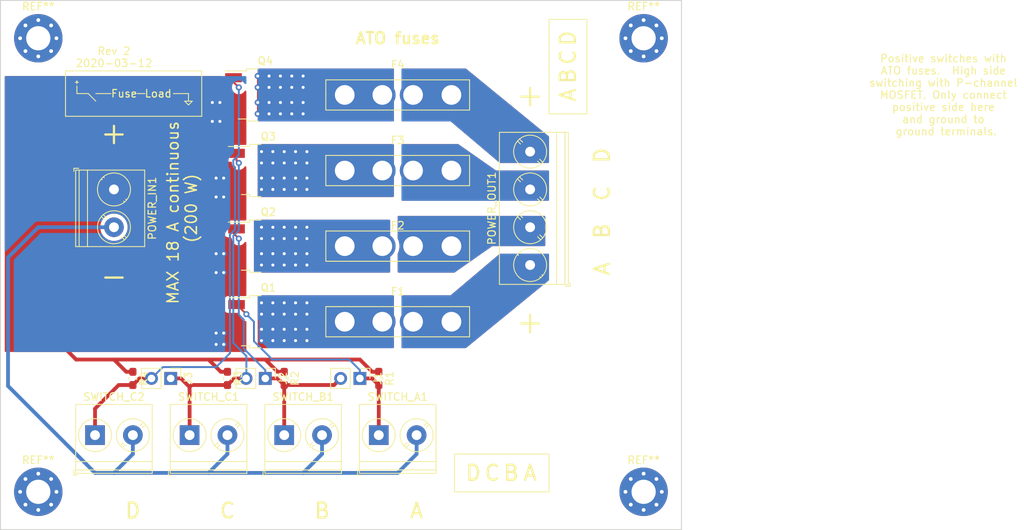
<source format=kicad_pcb>
(kicad_pcb (version 20171130) (host pcbnew "(5.1.4)-1")

  (general
    (thickness 1.6)
    (drawings 56)
    (tracks 184)
    (zones 0)
    (modules 25)
    (nets 15)
  )

  (page A4)
  (layers
    (0 F.Cu signal)
    (31 B.Cu signal)
    (32 B.Adhes user)
    (33 F.Adhes user)
    (34 B.Paste user)
    (35 F.Paste user)
    (36 B.SilkS user hide)
    (37 F.SilkS user)
    (38 B.Mask user)
    (39 F.Mask user)
    (40 Dwgs.User user)
    (41 Cmts.User user)
    (42 Eco1.User user)
    (43 Eco2.User user)
    (44 Edge.Cuts user)
    (45 Margin user)
    (46 B.CrtYd user hide)
    (47 F.CrtYd user)
    (48 B.Fab user hide)
    (49 F.Fab user hide)
  )

  (setup
    (last_trace_width 0.5)
    (user_trace_width 0.5)
    (user_trace_width 1)
    (user_trace_width 1.5)
    (user_trace_width 2.5)
    (user_trace_width 3)
    (user_trace_width 3.5)
    (user_trace_width 5)
    (user_trace_width 7.5)
    (trace_clearance 0.2)
    (zone_clearance 0.508)
    (zone_45_only no)
    (trace_min 0.2)
    (via_size 0.8)
    (via_drill 0.4)
    (via_min_size 0.4)
    (via_min_drill 0.3)
    (user_via 0.6 0.3)
    (uvia_size 0.3)
    (uvia_drill 0.1)
    (uvias_allowed no)
    (uvia_min_size 0.2)
    (uvia_min_drill 0.1)
    (edge_width 0.05)
    (segment_width 0.2)
    (pcb_text_width 0.3)
    (pcb_text_size 1.5 1.5)
    (mod_edge_width 0.12)
    (mod_text_size 1 1)
    (mod_text_width 0.15)
    (pad_size 2.6 2.6)
    (pad_drill 1.3)
    (pad_to_mask_clearance 0.051)
    (solder_mask_min_width 0.25)
    (aux_axis_origin 0 0)
    (grid_origin 50 150)
    (visible_elements 7FFFFFFF)
    (pcbplotparams
      (layerselection 0x010fc_ffffffff)
      (usegerberextensions false)
      (usegerberattributes false)
      (usegerberadvancedattributes false)
      (creategerberjobfile false)
      (excludeedgelayer true)
      (linewidth 0.100000)
      (plotframeref false)
      (viasonmask false)
      (mode 1)
      (useauxorigin false)
      (hpglpennumber 1)
      (hpglpenspeed 20)
      (hpglpendiameter 15.000000)
      (psnegative false)
      (psa4output false)
      (plotreference false)
      (plotvalue false)
      (plotinvisibletext false)
      (padsonsilk false)
      (subtractmaskfromsilk false)
      (outputformat 1)
      (mirror false)
      (drillshape 0)
      (scaleselection 1)
      (outputdirectory "../gerber/"))
  )

  (net 0 "")
  (net 1 +12V)
  (net 2 GND)
  (net 3 SSR-A)
  (net 4 SSR-B)
  (net 5 SSR-C)
  (net 6 SSR-D)
  (net 7 "Net-(F4-Pad1)")
  (net 8 "Net-(F3-Pad1)")
  (net 9 "Net-(F2-Pad1)")
  (net 10 "Net-(F1-Pad1)")
  (net 11 /G1)
  (net 12 "Net-(J1-Pad2)")
  (net 13 "Net-(J2-Pad2)")
  (net 14 "Net-(J3-Pad2)")

  (net_class Default "This is the default net class."
    (clearance 0.2)
    (trace_width 0.25)
    (via_dia 0.8)
    (via_drill 0.4)
    (uvia_dia 0.3)
    (uvia_drill 0.1)
    (add_net +12V)
    (add_net /G1)
    (add_net GND)
    (add_net "Net-(F1-Pad1)")
    (add_net "Net-(F2-Pad1)")
    (add_net "Net-(F3-Pad1)")
    (add_net "Net-(F4-Pad1)")
    (add_net "Net-(J1-Pad2)")
    (add_net "Net-(J2-Pad2)")
    (add_net "Net-(J3-Pad2)")
    (add_net SSR-A)
    (add_net SSR-B)
    (add_net SSR-C)
    (add_net SSR-D)
  )

  (module "Private Fuses:ATO_Fuseholder_3522-2" (layer F.Cu) (tedit 5E69F36D) (tstamp 5E6A3B35)
    (at 102.5 122.5 180)
    (path /5DD1C641)
    (fp_text reference F1 (at 0 4) (layer F.SilkS)
      (effects (font (size 1 1) (thickness 0.15)))
    )
    (fp_text value Fuse (at 0 -4) (layer F.Fab)
      (effects (font (size 1 1) (thickness 0.15)))
    )
    (fp_line (start 9.5 2) (end 9.5 0) (layer F.SilkS) (width 0.12))
    (fp_line (start -9.5 2) (end 9.5 2) (layer F.SilkS) (width 0.12))
    (fp_line (start -9.5 -2) (end -9.5 2) (layer F.SilkS) (width 0.12))
    (fp_line (start 9.5 -2) (end -9.5 -2) (layer F.SilkS) (width 0.12))
    (fp_line (start 9.5 0) (end 9.5 -2) (layer F.SilkS) (width 0.12))
    (pad 2 thru_hole circle (at 7 0 180) (size 4 4) (drill 2.6) (layers *.Cu *.Mask)
      (net 3 SSR-A) (zone_connect 2))
    (pad 2 thru_hole circle (at 2.03 0 180) (size 3.5 3.5) (drill 2.6) (layers *.Cu *.Mask)
      (net 3 SSR-A) (zone_connect 2))
    (pad 1 thru_hole circle (at -2.03 0 180) (size 3.5 3.5) (drill 2.6) (layers *.Cu *.Mask)
      (net 10 "Net-(F1-Pad1)") (zone_connect 2))
    (pad 1 thru_hole circle (at -7.1 0 180) (size 4 4) (drill 2.6) (layers *.Cu *.Mask)
      (net 10 "Net-(F1-Pad1)") (zone_connect 2))
    (model ${PRIVATE3D}/fuses.3dshapes/keystone-PN3522-2.STEP
      (offset (xyz -2.5 -1 2.5))
      (scale (xyz 1 1 1))
      (rotate (xyz -90 0 0))
    )
  )

  (module "Private Fuses:ATO_Fuseholder_3522-2" (layer F.Cu) (tedit 5E69F36D) (tstamp 5E6A3B41)
    (at 102.5 112.5 180)
    (path /5DD1CD8A)
    (fp_text reference F2 (at 0 2.72) (layer F.SilkS)
      (effects (font (size 1 1) (thickness 0.15)))
    )
    (fp_text value Fuse (at 0 -4) (layer F.Fab)
      (effects (font (size 1 1) (thickness 0.15)))
    )
    (fp_line (start 9.5 2) (end 9.5 0) (layer F.SilkS) (width 0.12))
    (fp_line (start -9.5 2) (end 9.5 2) (layer F.SilkS) (width 0.12))
    (fp_line (start -9.5 -2) (end -9.5 2) (layer F.SilkS) (width 0.12))
    (fp_line (start 9.5 -2) (end -9.5 -2) (layer F.SilkS) (width 0.12))
    (fp_line (start 9.5 0) (end 9.5 -2) (layer F.SilkS) (width 0.12))
    (pad 2 thru_hole circle (at 7 0 180) (size 4 4) (drill 2.6) (layers *.Cu *.Mask)
      (net 4 SSR-B) (zone_connect 2))
    (pad 2 thru_hole circle (at 2.03 0 180) (size 3.5 3.5) (drill 2.6) (layers *.Cu *.Mask)
      (net 4 SSR-B) (zone_connect 2))
    (pad 1 thru_hole circle (at -2.03 0 180) (size 3.5 3.5) (drill 2.6) (layers *.Cu *.Mask)
      (net 9 "Net-(F2-Pad1)") (zone_connect 2))
    (pad 1 thru_hole circle (at -7.1 0 180) (size 4 4) (drill 2.6) (layers *.Cu *.Mask)
      (net 9 "Net-(F2-Pad1)") (zone_connect 2))
    (model ${PRIVATE3D}/fuses.3dshapes/keystone-PN3522-2.STEP
      (offset (xyz -2.5 -1 2.5))
      (scale (xyz 1 1 1))
      (rotate (xyz -90 0 0))
    )
  )

  (module "Private Fuses:ATO_Fuseholder_3522-2" (layer F.Cu) (tedit 5E69F36D) (tstamp 5E6A3B4D)
    (at 102.5 102.5 180)
    (path /5DD1D01B)
    (fp_text reference F3 (at 0 4) (layer F.SilkS)
      (effects (font (size 1 1) (thickness 0.15)))
    )
    (fp_text value Fuse (at 0 -4) (layer F.Fab)
      (effects (font (size 1 1) (thickness 0.15)))
    )
    (fp_line (start 9.5 2) (end 9.5 0) (layer F.SilkS) (width 0.12))
    (fp_line (start -9.5 2) (end 9.5 2) (layer F.SilkS) (width 0.12))
    (fp_line (start -9.5 -2) (end -9.5 2) (layer F.SilkS) (width 0.12))
    (fp_line (start 9.5 -2) (end -9.5 -2) (layer F.SilkS) (width 0.12))
    (fp_line (start 9.5 0) (end 9.5 -2) (layer F.SilkS) (width 0.12))
    (pad 2 thru_hole circle (at 7 0 180) (size 4 4) (drill 2.6) (layers *.Cu *.Mask)
      (net 5 SSR-C) (zone_connect 2))
    (pad 2 thru_hole circle (at 2.03 0 180) (size 3.5 3.5) (drill 2.6) (layers *.Cu *.Mask)
      (net 5 SSR-C) (zone_connect 2))
    (pad 1 thru_hole circle (at -2.03 0 180) (size 3.5 3.5) (drill 2.6) (layers *.Cu *.Mask)
      (net 8 "Net-(F3-Pad1)") (zone_connect 2))
    (pad 1 thru_hole circle (at -7.1 0 180) (size 4 4) (drill 2.6) (layers *.Cu *.Mask)
      (net 8 "Net-(F3-Pad1)") (zone_connect 2))
    (model ${PRIVATE3D}/fuses.3dshapes/keystone-PN3522-2.STEP
      (offset (xyz -2.5 -1 2.5))
      (scale (xyz 1 1 1))
      (rotate (xyz -90 0 0))
    )
  )

  (module "Private Fuses:ATO_Fuseholder_3522-2" (layer F.Cu) (tedit 5E69F36D) (tstamp 5E6A3B59)
    (at 102.5 92.5 180)
    (path /5DD1D0B5)
    (fp_text reference F4 (at 0 4) (layer F.SilkS)
      (effects (font (size 1 1) (thickness 0.15)))
    )
    (fp_text value Fuse (at 0 -4) (layer F.Fab)
      (effects (font (size 1 1) (thickness 0.15)))
    )
    (fp_line (start 9.5 2) (end 9.5 0) (layer F.SilkS) (width 0.12))
    (fp_line (start -9.5 2) (end 9.5 2) (layer F.SilkS) (width 0.12))
    (fp_line (start -9.5 -2) (end -9.5 2) (layer F.SilkS) (width 0.12))
    (fp_line (start 9.5 -2) (end -9.5 -2) (layer F.SilkS) (width 0.12))
    (fp_line (start 9.5 0) (end 9.5 -2) (layer F.SilkS) (width 0.12))
    (pad 2 thru_hole circle (at 7 0 180) (size 4 4) (drill 2.6) (layers *.Cu *.Mask)
      (net 6 SSR-D) (zone_connect 2))
    (pad 2 thru_hole circle (at 2.03 0 180) (size 3.5 3.5) (drill 2.6) (layers *.Cu *.Mask)
      (net 6 SSR-D) (zone_connect 2))
    (pad 1 thru_hole circle (at -2.03 0 180) (size 3.5 3.5) (drill 2.6) (layers *.Cu *.Mask)
      (net 7 "Net-(F4-Pad1)") (zone_connect 2))
    (pad 1 thru_hole circle (at -7.1 0 180) (size 4 4) (drill 2.6) (layers *.Cu *.Mask)
      (net 7 "Net-(F4-Pad1)") (zone_connect 2))
    (model ${PRIVATE3D}/fuses.3dshapes/keystone-PN3522-2.STEP
      (offset (xyz -2.5 -1 2.5))
      (scale (xyz 1 1 1))
      (rotate (xyz -90 0 0))
    )
  )

  (module MountingHole:MountingHole_3.2mm_M3_Pad_Via (layer F.Cu) (tedit 56DDBCCA) (tstamp 5E6A66ED)
    (at 135 85)
    (descr "Mounting Hole 3.2mm, M3")
    (tags "mounting hole 3.2mm m3")
    (attr virtual)
    (fp_text reference REF** (at 0 -4.2) (layer F.SilkS)
      (effects (font (size 1 1) (thickness 0.15)))
    )
    (fp_text value MountingHole_3.2mm_M3_Pad_Via (at 0 4.2) (layer F.Fab)
      (effects (font (size 1 1) (thickness 0.15)))
    )
    (fp_circle (center 0 0) (end 3.45 0) (layer F.CrtYd) (width 0.05))
    (fp_circle (center 0 0) (end 3.2 0) (layer Cmts.User) (width 0.15))
    (fp_text user %R (at 0.3 0) (layer F.Fab)
      (effects (font (size 1 1) (thickness 0.15)))
    )
    (pad 1 thru_hole circle (at 1.697056 -1.697056) (size 0.8 0.8) (drill 0.5) (layers *.Cu *.Mask))
    (pad 1 thru_hole circle (at 0 -2.4) (size 0.8 0.8) (drill 0.5) (layers *.Cu *.Mask))
    (pad 1 thru_hole circle (at -1.697056 -1.697056) (size 0.8 0.8) (drill 0.5) (layers *.Cu *.Mask))
    (pad 1 thru_hole circle (at -2.4 0) (size 0.8 0.8) (drill 0.5) (layers *.Cu *.Mask))
    (pad 1 thru_hole circle (at -1.697056 1.697056) (size 0.8 0.8) (drill 0.5) (layers *.Cu *.Mask))
    (pad 1 thru_hole circle (at 0 2.4) (size 0.8 0.8) (drill 0.5) (layers *.Cu *.Mask))
    (pad 1 thru_hole circle (at 1.697056 1.697056) (size 0.8 0.8) (drill 0.5) (layers *.Cu *.Mask))
    (pad 1 thru_hole circle (at 2.4 0) (size 0.8 0.8) (drill 0.5) (layers *.Cu *.Mask))
    (pad 1 thru_hole circle (at 0 0) (size 6.4 6.4) (drill 3.2) (layers *.Cu *.Mask))
  )

  (module MountingHole:MountingHole_3.2mm_M3_Pad_Via (layer F.Cu) (tedit 56DDBCCA) (tstamp 5E6A66B0)
    (at 135 145)
    (descr "Mounting Hole 3.2mm, M3")
    (tags "mounting hole 3.2mm m3")
    (attr virtual)
    (fp_text reference REF** (at 0 -4.2) (layer F.SilkS)
      (effects (font (size 1 1) (thickness 0.15)))
    )
    (fp_text value MountingHole_3.2mm_M3_Pad_Via (at 0 4.2) (layer F.Fab)
      (effects (font (size 1 1) (thickness 0.15)))
    )
    (fp_circle (center 0 0) (end 3.45 0) (layer F.CrtYd) (width 0.05))
    (fp_circle (center 0 0) (end 3.2 0) (layer Cmts.User) (width 0.15))
    (fp_text user %R (at 0.3 0) (layer F.Fab)
      (effects (font (size 1 1) (thickness 0.15)))
    )
    (pad 1 thru_hole circle (at 1.697056 -1.697056) (size 0.8 0.8) (drill 0.5) (layers *.Cu *.Mask))
    (pad 1 thru_hole circle (at 0 -2.4) (size 0.8 0.8) (drill 0.5) (layers *.Cu *.Mask))
    (pad 1 thru_hole circle (at -1.697056 -1.697056) (size 0.8 0.8) (drill 0.5) (layers *.Cu *.Mask))
    (pad 1 thru_hole circle (at -2.4 0) (size 0.8 0.8) (drill 0.5) (layers *.Cu *.Mask))
    (pad 1 thru_hole circle (at -1.697056 1.697056) (size 0.8 0.8) (drill 0.5) (layers *.Cu *.Mask))
    (pad 1 thru_hole circle (at 0 2.4) (size 0.8 0.8) (drill 0.5) (layers *.Cu *.Mask))
    (pad 1 thru_hole circle (at 1.697056 1.697056) (size 0.8 0.8) (drill 0.5) (layers *.Cu *.Mask))
    (pad 1 thru_hole circle (at 2.4 0) (size 0.8 0.8) (drill 0.5) (layers *.Cu *.Mask))
    (pad 1 thru_hole circle (at 0 0) (size 6.4 6.4) (drill 3.2) (layers *.Cu *.Mask))
  )

  (module MountingHole:MountingHole_3.2mm_M3_Pad_Via (layer F.Cu) (tedit 56DDBCCA) (tstamp 5E6A6673)
    (at 55 145)
    (descr "Mounting Hole 3.2mm, M3")
    (tags "mounting hole 3.2mm m3")
    (attr virtual)
    (fp_text reference REF** (at 0 -4.2) (layer F.SilkS)
      (effects (font (size 1 1) (thickness 0.15)))
    )
    (fp_text value MountingHole_3.2mm_M3_Pad_Via (at 0 4.2) (layer F.Fab)
      (effects (font (size 1 1) (thickness 0.15)))
    )
    (fp_circle (center 0 0) (end 3.45 0) (layer F.CrtYd) (width 0.05))
    (fp_circle (center 0 0) (end 3.2 0) (layer Cmts.User) (width 0.15))
    (fp_text user %R (at 0.3 0) (layer F.Fab)
      (effects (font (size 1 1) (thickness 0.15)))
    )
    (pad 1 thru_hole circle (at 1.697056 -1.697056) (size 0.8 0.8) (drill 0.5) (layers *.Cu *.Mask))
    (pad 1 thru_hole circle (at 0 -2.4) (size 0.8 0.8) (drill 0.5) (layers *.Cu *.Mask))
    (pad 1 thru_hole circle (at -1.697056 -1.697056) (size 0.8 0.8) (drill 0.5) (layers *.Cu *.Mask))
    (pad 1 thru_hole circle (at -2.4 0) (size 0.8 0.8) (drill 0.5) (layers *.Cu *.Mask))
    (pad 1 thru_hole circle (at -1.697056 1.697056) (size 0.8 0.8) (drill 0.5) (layers *.Cu *.Mask))
    (pad 1 thru_hole circle (at 0 2.4) (size 0.8 0.8) (drill 0.5) (layers *.Cu *.Mask))
    (pad 1 thru_hole circle (at 1.697056 1.697056) (size 0.8 0.8) (drill 0.5) (layers *.Cu *.Mask))
    (pad 1 thru_hole circle (at 2.4 0) (size 0.8 0.8) (drill 0.5) (layers *.Cu *.Mask))
    (pad 1 thru_hole circle (at 0 0) (size 6.4 6.4) (drill 3.2) (layers *.Cu *.Mask))
  )

  (module MountingHole:MountingHole_3.2mm_M3_Pad_Via (layer F.Cu) (tedit 56DDBCCA) (tstamp 5E6A6621)
    (at 55 85)
    (descr "Mounting Hole 3.2mm, M3")
    (tags "mounting hole 3.2mm m3")
    (attr virtual)
    (fp_text reference REF** (at 0 -4.2) (layer F.SilkS)
      (effects (font (size 1 1) (thickness 0.15)))
    )
    (fp_text value MountingHole_3.2mm_M3_Pad_Via (at 0 4.2) (layer F.Fab)
      (effects (font (size 1 1) (thickness 0.15)))
    )
    (fp_circle (center 0 0) (end 3.45 0) (layer F.CrtYd) (width 0.05))
    (fp_circle (center 0 0) (end 3.2 0) (layer Cmts.User) (width 0.15))
    (fp_text user %R (at 0.3 0) (layer F.Fab)
      (effects (font (size 1 1) (thickness 0.15)))
    )
    (pad 1 thru_hole circle (at 1.697056 -1.697056) (size 0.8 0.8) (drill 0.5) (layers *.Cu *.Mask))
    (pad 1 thru_hole circle (at 0 -2.4) (size 0.8 0.8) (drill 0.5) (layers *.Cu *.Mask))
    (pad 1 thru_hole circle (at -1.697056 -1.697056) (size 0.8 0.8) (drill 0.5) (layers *.Cu *.Mask))
    (pad 1 thru_hole circle (at -2.4 0) (size 0.8 0.8) (drill 0.5) (layers *.Cu *.Mask))
    (pad 1 thru_hole circle (at -1.697056 1.697056) (size 0.8 0.8) (drill 0.5) (layers *.Cu *.Mask))
    (pad 1 thru_hole circle (at 0 2.4) (size 0.8 0.8) (drill 0.5) (layers *.Cu *.Mask))
    (pad 1 thru_hole circle (at 1.697056 1.697056) (size 0.8 0.8) (drill 0.5) (layers *.Cu *.Mask))
    (pad 1 thru_hole circle (at 2.4 0) (size 0.8 0.8) (drill 0.5) (layers *.Cu *.Mask))
    (pad 1 thru_hole circle (at 0 0) (size 6.4 6.4) (drill 3.2) (layers *.Cu *.Mask))
  )

  (module Connector_PinHeader_2.54mm:PinHeader_1x02_P2.54mm_Vertical (layer F.Cu) (tedit 59FED5CC) (tstamp 5E6A3B7A)
    (at 97.5 130 270)
    (descr "Through hole straight pin header, 1x02, 2.54mm pitch, single row")
    (tags "Through hole pin header THT 1x02 2.54mm single row")
    (path /5E723B78)
    (fp_text reference J1 (at 0 -2.33 90) (layer F.SilkS)
      (effects (font (size 1 1) (thickness 0.15)))
    )
    (fp_text value Parallell (at 0 4.87 90) (layer F.Fab)
      (effects (font (size 1 1) (thickness 0.15)))
    )
    (fp_line (start -0.635 -1.27) (end 1.27 -1.27) (layer F.Fab) (width 0.1))
    (fp_line (start 1.27 -1.27) (end 1.27 3.81) (layer F.Fab) (width 0.1))
    (fp_line (start 1.27 3.81) (end -1.27 3.81) (layer F.Fab) (width 0.1))
    (fp_line (start -1.27 3.81) (end -1.27 -0.635) (layer F.Fab) (width 0.1))
    (fp_line (start -1.27 -0.635) (end -0.635 -1.27) (layer F.Fab) (width 0.1))
    (fp_line (start -1.33 3.87) (end 1.33 3.87) (layer F.SilkS) (width 0.12))
    (fp_line (start -1.33 1.27) (end -1.33 3.87) (layer F.SilkS) (width 0.12))
    (fp_line (start 1.33 1.27) (end 1.33 3.87) (layer F.SilkS) (width 0.12))
    (fp_line (start -1.33 1.27) (end 1.33 1.27) (layer F.SilkS) (width 0.12))
    (fp_line (start -1.33 0) (end -1.33 -1.33) (layer F.SilkS) (width 0.12))
    (fp_line (start -1.33 -1.33) (end 0 -1.33) (layer F.SilkS) (width 0.12))
    (fp_line (start -1.8 -1.8) (end -1.8 4.35) (layer F.CrtYd) (width 0.05))
    (fp_line (start -1.8 4.35) (end 1.8 4.35) (layer F.CrtYd) (width 0.05))
    (fp_line (start 1.8 4.35) (end 1.8 -1.8) (layer F.CrtYd) (width 0.05))
    (fp_line (start 1.8 -1.8) (end -1.8 -1.8) (layer F.CrtYd) (width 0.05))
    (fp_text user %R (at 0 1.27) (layer F.Fab)
      (effects (font (size 1 1) (thickness 0.15)))
    )
    (pad 1 thru_hole rect (at 0 0 270) (size 1.7 1.7) (drill 1) (layers *.Cu *.Mask)
      (net 11 /G1))
    (pad 2 thru_hole oval (at 0 2.54 270) (size 1.7 1.7) (drill 1) (layers *.Cu *.Mask)
      (net 12 "Net-(J1-Pad2)"))
    (model ${KISYS3DMOD}/Connector_PinHeader_2.54mm.3dshapes/PinHeader_1x02_P2.54mm_Vertical.wrl
      (at (xyz 0 0 0))
      (scale (xyz 1 1 1))
      (rotate (xyz 0 0 0))
    )
  )

  (module Connector_PinHeader_2.54mm:PinHeader_1x02_P2.54mm_Vertical (layer F.Cu) (tedit 59FED5CC) (tstamp 5E6A3B90)
    (at 85 130 270)
    (descr "Through hole straight pin header, 1x02, 2.54mm pitch, single row")
    (tags "Through hole pin header THT 1x02 2.54mm single row")
    (path /5E71E145)
    (fp_text reference J2 (at 0 -2.33 90) (layer F.SilkS)
      (effects (font (size 1 1) (thickness 0.15)))
    )
    (fp_text value Parallell (at 0 4.87 90) (layer F.Fab)
      (effects (font (size 1 1) (thickness 0.15)))
    )
    (fp_text user %R (at 0 1.27) (layer F.Fab)
      (effects (font (size 1 1) (thickness 0.15)))
    )
    (fp_line (start 1.8 -1.8) (end -1.8 -1.8) (layer F.CrtYd) (width 0.05))
    (fp_line (start 1.8 4.35) (end 1.8 -1.8) (layer F.CrtYd) (width 0.05))
    (fp_line (start -1.8 4.35) (end 1.8 4.35) (layer F.CrtYd) (width 0.05))
    (fp_line (start -1.8 -1.8) (end -1.8 4.35) (layer F.CrtYd) (width 0.05))
    (fp_line (start -1.33 -1.33) (end 0 -1.33) (layer F.SilkS) (width 0.12))
    (fp_line (start -1.33 0) (end -1.33 -1.33) (layer F.SilkS) (width 0.12))
    (fp_line (start -1.33 1.27) (end 1.33 1.27) (layer F.SilkS) (width 0.12))
    (fp_line (start 1.33 1.27) (end 1.33 3.87) (layer F.SilkS) (width 0.12))
    (fp_line (start -1.33 1.27) (end -1.33 3.87) (layer F.SilkS) (width 0.12))
    (fp_line (start -1.33 3.87) (end 1.33 3.87) (layer F.SilkS) (width 0.12))
    (fp_line (start -1.27 -0.635) (end -0.635 -1.27) (layer F.Fab) (width 0.1))
    (fp_line (start -1.27 3.81) (end -1.27 -0.635) (layer F.Fab) (width 0.1))
    (fp_line (start 1.27 3.81) (end -1.27 3.81) (layer F.Fab) (width 0.1))
    (fp_line (start 1.27 -1.27) (end 1.27 3.81) (layer F.Fab) (width 0.1))
    (fp_line (start -0.635 -1.27) (end 1.27 -1.27) (layer F.Fab) (width 0.1))
    (pad 2 thru_hole oval (at 0 2.54 270) (size 1.7 1.7) (drill 1) (layers *.Cu *.Mask)
      (net 13 "Net-(J2-Pad2)"))
    (pad 1 thru_hole rect (at 0 0 270) (size 1.7 1.7) (drill 1) (layers *.Cu *.Mask)
      (net 12 "Net-(J1-Pad2)"))
    (model ${KISYS3DMOD}/Connector_PinHeader_2.54mm.3dshapes/PinHeader_1x02_P2.54mm_Vertical.wrl
      (at (xyz 0 0 0))
      (scale (xyz 1 1 1))
      (rotate (xyz 0 0 0))
    )
  )

  (module Connector_PinHeader_2.54mm:PinHeader_1x02_P2.54mm_Vertical (layer F.Cu) (tedit 59FED5CC) (tstamp 5E6A3BA6)
    (at 72.5 130 270)
    (descr "Through hole straight pin header, 1x02, 2.54mm pitch, single row")
    (tags "Through hole pin header THT 1x02 2.54mm single row")
    (path /5E71C2DA)
    (fp_text reference J3 (at 0 -2.33 90) (layer F.SilkS)
      (effects (font (size 1 1) (thickness 0.15)))
    )
    (fp_text value Parallell (at 0 4.87 90) (layer F.Fab)
      (effects (font (size 1 1) (thickness 0.15)))
    )
    (fp_line (start -0.635 -1.27) (end 1.27 -1.27) (layer F.Fab) (width 0.1))
    (fp_line (start 1.27 -1.27) (end 1.27 3.81) (layer F.Fab) (width 0.1))
    (fp_line (start 1.27 3.81) (end -1.27 3.81) (layer F.Fab) (width 0.1))
    (fp_line (start -1.27 3.81) (end -1.27 -0.635) (layer F.Fab) (width 0.1))
    (fp_line (start -1.27 -0.635) (end -0.635 -1.27) (layer F.Fab) (width 0.1))
    (fp_line (start -1.33 3.87) (end 1.33 3.87) (layer F.SilkS) (width 0.12))
    (fp_line (start -1.33 1.27) (end -1.33 3.87) (layer F.SilkS) (width 0.12))
    (fp_line (start 1.33 1.27) (end 1.33 3.87) (layer F.SilkS) (width 0.12))
    (fp_line (start -1.33 1.27) (end 1.33 1.27) (layer F.SilkS) (width 0.12))
    (fp_line (start -1.33 0) (end -1.33 -1.33) (layer F.SilkS) (width 0.12))
    (fp_line (start -1.33 -1.33) (end 0 -1.33) (layer F.SilkS) (width 0.12))
    (fp_line (start -1.8 -1.8) (end -1.8 4.35) (layer F.CrtYd) (width 0.05))
    (fp_line (start -1.8 4.35) (end 1.8 4.35) (layer F.CrtYd) (width 0.05))
    (fp_line (start 1.8 4.35) (end 1.8 -1.8) (layer F.CrtYd) (width 0.05))
    (fp_line (start 1.8 -1.8) (end -1.8 -1.8) (layer F.CrtYd) (width 0.05))
    (fp_text user %R (at 0 1.27) (layer F.Fab)
      (effects (font (size 1 1) (thickness 0.15)))
    )
    (pad 1 thru_hole rect (at 0 0 270) (size 1.7 1.7) (drill 1) (layers *.Cu *.Mask)
      (net 13 "Net-(J2-Pad2)"))
    (pad 2 thru_hole oval (at 0 2.54 270) (size 1.7 1.7) (drill 1) (layers *.Cu *.Mask)
      (net 14 "Net-(J3-Pad2)"))
    (model ${KISYS3DMOD}/Connector_PinHeader_2.54mm.3dshapes/PinHeader_1x02_P2.54mm_Vertical.wrl
      (at (xyz 0 0 0))
      (scale (xyz 1 1 1))
      (rotate (xyz 0 0 0))
    )
  )

  (module TerminalBlock_Phoenix:TerminalBlock_Phoenix_PT-1,5-2-5.0-H_1x02_P5.00mm_Horizontal (layer F.Cu) (tedit 5B294F69) (tstamp 5E6A3BD0)
    (at 100 137.5)
    (descr "Terminal Block Phoenix PT-1,5-2-5.0-H, 2 pins, pitch 5mm, size 10x9mm^2, drill diamater 1.3mm, pad diameter 2.6mm, see http://www.mouser.com/ds/2/324/ItemDetail_1935161-922578.pdf, script-generated using https://github.com/pointhi/kicad-footprint-generator/scripts/TerminalBlock_Phoenix")
    (tags "THT Terminal Block Phoenix PT-1,5-2-5.0-H pitch 5mm size 10x9mm^2 drill 1.3mm pad 2.6mm")
    (path /5E6C9453)
    (fp_text reference SWITCH_A1 (at 2.5 -5.06) (layer F.SilkS)
      (effects (font (size 1 1) (thickness 0.15)))
    )
    (fp_text value Screw_Terminal_01x0 (at 2.5 6.06) (layer F.Fab)
      (effects (font (size 1 1) (thickness 0.15)))
    )
    (fp_text user %R (at 2.5 2.9) (layer F.Fab)
      (effects (font (size 1 1) (thickness 0.15)))
    )
    (fp_line (start 8 -4.5) (end -3 -4.5) (layer F.CrtYd) (width 0.05))
    (fp_line (start 8 5.5) (end 8 -4.5) (layer F.CrtYd) (width 0.05))
    (fp_line (start -3 5.5) (end 8 5.5) (layer F.CrtYd) (width 0.05))
    (fp_line (start -3 -4.5) (end -3 5.5) (layer F.CrtYd) (width 0.05))
    (fp_line (start -2.8 5.3) (end -2.4 5.3) (layer F.SilkS) (width 0.12))
    (fp_line (start -2.8 4.66) (end -2.8 5.3) (layer F.SilkS) (width 0.12))
    (fp_line (start 3.742 0.992) (end 3.347 1.388) (layer F.SilkS) (width 0.12))
    (fp_line (start 6.388 -1.654) (end 6.008 -1.274) (layer F.SilkS) (width 0.12))
    (fp_line (start 3.993 1.274) (end 3.613 1.654) (layer F.SilkS) (width 0.12))
    (fp_line (start 6.654 -1.388) (end 6.259 -0.992) (layer F.SilkS) (width 0.12))
    (fp_line (start 6.273 -1.517) (end 3.484 1.273) (layer F.Fab) (width 0.1))
    (fp_line (start 6.517 -1.273) (end 3.728 1.517) (layer F.Fab) (width 0.1))
    (fp_line (start -1.548 1.281) (end -1.654 1.388) (layer F.SilkS) (width 0.12))
    (fp_line (start 1.388 -1.654) (end 1.281 -1.547) (layer F.SilkS) (width 0.12))
    (fp_line (start -1.282 1.547) (end -1.388 1.654) (layer F.SilkS) (width 0.12))
    (fp_line (start 1.654 -1.388) (end 1.547 -1.281) (layer F.SilkS) (width 0.12))
    (fp_line (start 1.273 -1.517) (end -1.517 1.273) (layer F.Fab) (width 0.1))
    (fp_line (start 1.517 -1.273) (end -1.273 1.517) (layer F.Fab) (width 0.1))
    (fp_line (start 7.56 -4.06) (end 7.56 5.06) (layer F.SilkS) (width 0.12))
    (fp_line (start -2.56 -4.06) (end -2.56 5.06) (layer F.SilkS) (width 0.12))
    (fp_line (start -2.56 5.06) (end 7.56 5.06) (layer F.SilkS) (width 0.12))
    (fp_line (start -2.56 -4.06) (end 7.56 -4.06) (layer F.SilkS) (width 0.12))
    (fp_line (start -2.56 3.5) (end 7.56 3.5) (layer F.SilkS) (width 0.12))
    (fp_line (start -2.5 3.5) (end 7.5 3.5) (layer F.Fab) (width 0.1))
    (fp_line (start -2.56 4.6) (end 7.56 4.6) (layer F.SilkS) (width 0.12))
    (fp_line (start -2.5 4.6) (end 7.5 4.6) (layer F.Fab) (width 0.1))
    (fp_line (start -2.5 4.6) (end -2.5 -4) (layer F.Fab) (width 0.1))
    (fp_line (start -2.1 5) (end -2.5 4.6) (layer F.Fab) (width 0.1))
    (fp_line (start 7.5 5) (end -2.1 5) (layer F.Fab) (width 0.1))
    (fp_line (start 7.5 -4) (end 7.5 5) (layer F.Fab) (width 0.1))
    (fp_line (start -2.5 -4) (end 7.5 -4) (layer F.Fab) (width 0.1))
    (fp_circle (center 5 0) (end 7.18 0) (layer F.SilkS) (width 0.12))
    (fp_circle (center 5 0) (end 7 0) (layer F.Fab) (width 0.1))
    (fp_circle (center 0 0) (end 2.18 0) (layer F.SilkS) (width 0.12))
    (fp_circle (center 0 0) (end 2 0) (layer F.Fab) (width 0.1))
    (pad 2 thru_hole circle (at 5 0) (size 2.6 2.6) (drill 1.3) (layers *.Cu *.Mask)
      (net 2 GND))
    (pad 1 thru_hole rect (at 0 0) (size 2.6 2.6) (drill 1.3) (layers *.Cu *.Mask)
      (net 11 /G1))
    (model ${KISYS3DMOD}/TerminalBlock_Phoenix.3dshapes/TerminalBlock_Phoenix_PT-1,5-2-5.0-H_1x02_P5.00mm_Horizontal.wrl
      (at (xyz 0 0 0))
      (scale (xyz 1 1 1))
      (rotate (xyz 0 0 0))
    )
  )

  (module TerminalBlock_Phoenix:TerminalBlock_Phoenix_PT-1,5-2-5.0-H_1x02_P5.00mm_Horizontal (layer F.Cu) (tedit 5B294F69) (tstamp 5E6A3BFA)
    (at 87.5 137.5)
    (descr "Terminal Block Phoenix PT-1,5-2-5.0-H, 2 pins, pitch 5mm, size 10x9mm^2, drill diamater 1.3mm, pad diameter 2.6mm, see http://www.mouser.com/ds/2/324/ItemDetail_1935161-922578.pdf, script-generated using https://github.com/pointhi/kicad-footprint-generator/scripts/TerminalBlock_Phoenix")
    (tags "THT Terminal Block Phoenix PT-1,5-2-5.0-H pitch 5mm size 10x9mm^2 drill 1.3mm pad 2.6mm")
    (path /5E6C9AB8)
    (fp_text reference SWITCH_B1 (at 2.5 -5.06) (layer F.SilkS)
      (effects (font (size 1 1) (thickness 0.15)))
    )
    (fp_text value Screw_Terminal_01x02 (at 2.5 6.06) (layer F.Fab)
      (effects (font (size 1 1) (thickness 0.15)))
    )
    (fp_circle (center 0 0) (end 2 0) (layer F.Fab) (width 0.1))
    (fp_circle (center 0 0) (end 2.18 0) (layer F.SilkS) (width 0.12))
    (fp_circle (center 5 0) (end 7 0) (layer F.Fab) (width 0.1))
    (fp_circle (center 5 0) (end 7.18 0) (layer F.SilkS) (width 0.12))
    (fp_line (start -2.5 -4) (end 7.5 -4) (layer F.Fab) (width 0.1))
    (fp_line (start 7.5 -4) (end 7.5 5) (layer F.Fab) (width 0.1))
    (fp_line (start 7.5 5) (end -2.1 5) (layer F.Fab) (width 0.1))
    (fp_line (start -2.1 5) (end -2.5 4.6) (layer F.Fab) (width 0.1))
    (fp_line (start -2.5 4.6) (end -2.5 -4) (layer F.Fab) (width 0.1))
    (fp_line (start -2.5 4.6) (end 7.5 4.6) (layer F.Fab) (width 0.1))
    (fp_line (start -2.56 4.6) (end 7.56 4.6) (layer F.SilkS) (width 0.12))
    (fp_line (start -2.5 3.5) (end 7.5 3.5) (layer F.Fab) (width 0.1))
    (fp_line (start -2.56 3.5) (end 7.56 3.5) (layer F.SilkS) (width 0.12))
    (fp_line (start -2.56 -4.06) (end 7.56 -4.06) (layer F.SilkS) (width 0.12))
    (fp_line (start -2.56 5.06) (end 7.56 5.06) (layer F.SilkS) (width 0.12))
    (fp_line (start -2.56 -4.06) (end -2.56 5.06) (layer F.SilkS) (width 0.12))
    (fp_line (start 7.56 -4.06) (end 7.56 5.06) (layer F.SilkS) (width 0.12))
    (fp_line (start 1.517 -1.273) (end -1.273 1.517) (layer F.Fab) (width 0.1))
    (fp_line (start 1.273 -1.517) (end -1.517 1.273) (layer F.Fab) (width 0.1))
    (fp_line (start 1.654 -1.388) (end 1.547 -1.281) (layer F.SilkS) (width 0.12))
    (fp_line (start -1.282 1.547) (end -1.388 1.654) (layer F.SilkS) (width 0.12))
    (fp_line (start 1.388 -1.654) (end 1.281 -1.547) (layer F.SilkS) (width 0.12))
    (fp_line (start -1.548 1.281) (end -1.654 1.388) (layer F.SilkS) (width 0.12))
    (fp_line (start 6.517 -1.273) (end 3.728 1.517) (layer F.Fab) (width 0.1))
    (fp_line (start 6.273 -1.517) (end 3.484 1.273) (layer F.Fab) (width 0.1))
    (fp_line (start 6.654 -1.388) (end 6.259 -0.992) (layer F.SilkS) (width 0.12))
    (fp_line (start 3.993 1.274) (end 3.613 1.654) (layer F.SilkS) (width 0.12))
    (fp_line (start 6.388 -1.654) (end 6.008 -1.274) (layer F.SilkS) (width 0.12))
    (fp_line (start 3.742 0.992) (end 3.347 1.388) (layer F.SilkS) (width 0.12))
    (fp_line (start -2.8 4.66) (end -2.8 5.3) (layer F.SilkS) (width 0.12))
    (fp_line (start -2.8 5.3) (end -2.4 5.3) (layer F.SilkS) (width 0.12))
    (fp_line (start -3 -4.5) (end -3 5.5) (layer F.CrtYd) (width 0.05))
    (fp_line (start -3 5.5) (end 8 5.5) (layer F.CrtYd) (width 0.05))
    (fp_line (start 8 5.5) (end 8 -4.5) (layer F.CrtYd) (width 0.05))
    (fp_line (start 8 -4.5) (end -3 -4.5) (layer F.CrtYd) (width 0.05))
    (fp_text user %R (at 2.5 2.9) (layer F.Fab)
      (effects (font (size 1 1) (thickness 0.15)))
    )
    (pad 1 thru_hole rect (at 0 0) (size 2.6 2.6) (drill 1.3) (layers *.Cu *.Mask)
      (net 12 "Net-(J1-Pad2)"))
    (pad 2 thru_hole circle (at 5 0) (size 2.6 2.6) (drill 1.3) (layers *.Cu *.Mask)
      (net 2 GND))
    (model ${KISYS3DMOD}/TerminalBlock_Phoenix.3dshapes/TerminalBlock_Phoenix_PT-1,5-2-5.0-H_1x02_P5.00mm_Horizontal.wrl
      (at (xyz 0 0 0))
      (scale (xyz 1 1 1))
      (rotate (xyz 0 0 0))
    )
  )

  (module TerminalBlock_Phoenix:TerminalBlock_Phoenix_PT-1,5-2-5.0-H_1x02_P5.00mm_Horizontal (layer F.Cu) (tedit 5B294F69) (tstamp 5E6A3C24)
    (at 75 137.5)
    (descr "Terminal Block Phoenix PT-1,5-2-5.0-H, 2 pins, pitch 5mm, size 10x9mm^2, drill diamater 1.3mm, pad diameter 2.6mm, see http://www.mouser.com/ds/2/324/ItemDetail_1935161-922578.pdf, script-generated using https://github.com/pointhi/kicad-footprint-generator/scripts/TerminalBlock_Phoenix")
    (tags "THT Terminal Block Phoenix PT-1,5-2-5.0-H pitch 5mm size 10x9mm^2 drill 1.3mm pad 2.6mm")
    (path /5E6C9D95)
    (fp_text reference SWITCH_C1 (at 2.5 -5.06) (layer F.SilkS)
      (effects (font (size 1 1) (thickness 0.15)))
    )
    (fp_text value Screw_Terminal_01x02 (at 2.5 6.06) (layer F.Fab)
      (effects (font (size 1 1) (thickness 0.15)))
    )
    (fp_text user %R (at 2.5 2.9) (layer F.Fab)
      (effects (font (size 1 1) (thickness 0.15)))
    )
    (fp_line (start 8 -4.5) (end -3 -4.5) (layer F.CrtYd) (width 0.05))
    (fp_line (start 8 5.5) (end 8 -4.5) (layer F.CrtYd) (width 0.05))
    (fp_line (start -3 5.5) (end 8 5.5) (layer F.CrtYd) (width 0.05))
    (fp_line (start -3 -4.5) (end -3 5.5) (layer F.CrtYd) (width 0.05))
    (fp_line (start -2.8 5.3) (end -2.4 5.3) (layer F.SilkS) (width 0.12))
    (fp_line (start -2.8 4.66) (end -2.8 5.3) (layer F.SilkS) (width 0.12))
    (fp_line (start 3.742 0.992) (end 3.347 1.388) (layer F.SilkS) (width 0.12))
    (fp_line (start 6.388 -1.654) (end 6.008 -1.274) (layer F.SilkS) (width 0.12))
    (fp_line (start 3.993 1.274) (end 3.613 1.654) (layer F.SilkS) (width 0.12))
    (fp_line (start 6.654 -1.388) (end 6.259 -0.992) (layer F.SilkS) (width 0.12))
    (fp_line (start 6.273 -1.517) (end 3.484 1.273) (layer F.Fab) (width 0.1))
    (fp_line (start 6.517 -1.273) (end 3.728 1.517) (layer F.Fab) (width 0.1))
    (fp_line (start -1.548 1.281) (end -1.654 1.388) (layer F.SilkS) (width 0.12))
    (fp_line (start 1.388 -1.654) (end 1.281 -1.547) (layer F.SilkS) (width 0.12))
    (fp_line (start -1.282 1.547) (end -1.388 1.654) (layer F.SilkS) (width 0.12))
    (fp_line (start 1.654 -1.388) (end 1.547 -1.281) (layer F.SilkS) (width 0.12))
    (fp_line (start 1.273 -1.517) (end -1.517 1.273) (layer F.Fab) (width 0.1))
    (fp_line (start 1.517 -1.273) (end -1.273 1.517) (layer F.Fab) (width 0.1))
    (fp_line (start 7.56 -4.06) (end 7.56 5.06) (layer F.SilkS) (width 0.12))
    (fp_line (start -2.56 -4.06) (end -2.56 5.06) (layer F.SilkS) (width 0.12))
    (fp_line (start -2.56 5.06) (end 7.56 5.06) (layer F.SilkS) (width 0.12))
    (fp_line (start -2.56 -4.06) (end 7.56 -4.06) (layer F.SilkS) (width 0.12))
    (fp_line (start -2.56 3.5) (end 7.56 3.5) (layer F.SilkS) (width 0.12))
    (fp_line (start -2.5 3.5) (end 7.5 3.5) (layer F.Fab) (width 0.1))
    (fp_line (start -2.56 4.6) (end 7.56 4.6) (layer F.SilkS) (width 0.12))
    (fp_line (start -2.5 4.6) (end 7.5 4.6) (layer F.Fab) (width 0.1))
    (fp_line (start -2.5 4.6) (end -2.5 -4) (layer F.Fab) (width 0.1))
    (fp_line (start -2.1 5) (end -2.5 4.6) (layer F.Fab) (width 0.1))
    (fp_line (start 7.5 5) (end -2.1 5) (layer F.Fab) (width 0.1))
    (fp_line (start 7.5 -4) (end 7.5 5) (layer F.Fab) (width 0.1))
    (fp_line (start -2.5 -4) (end 7.5 -4) (layer F.Fab) (width 0.1))
    (fp_circle (center 5 0) (end 7.18 0) (layer F.SilkS) (width 0.12))
    (fp_circle (center 5 0) (end 7 0) (layer F.Fab) (width 0.1))
    (fp_circle (center 0 0) (end 2.18 0) (layer F.SilkS) (width 0.12))
    (fp_circle (center 0 0) (end 2 0) (layer F.Fab) (width 0.1))
    (pad 2 thru_hole circle (at 5 0) (size 2.6 2.6) (drill 1.3) (layers *.Cu *.Mask)
      (net 2 GND))
    (pad 1 thru_hole rect (at 0 0) (size 2.6 2.6) (drill 1.3) (layers *.Cu *.Mask)
      (net 13 "Net-(J2-Pad2)"))
    (model ${KISYS3DMOD}/TerminalBlock_Phoenix.3dshapes/TerminalBlock_Phoenix_PT-1,5-2-5.0-H_1x02_P5.00mm_Horizontal.wrl
      (at (xyz 0 0 0))
      (scale (xyz 1 1 1))
      (rotate (xyz 0 0 0))
    )
  )

  (module TerminalBlock_Phoenix:TerminalBlock_Phoenix_PT-1,5-2-5.0-H_1x02_P5.00mm_Horizontal (layer F.Cu) (tedit 5B294F69) (tstamp 5E6A3C4E)
    (at 62.5 137.5)
    (descr "Terminal Block Phoenix PT-1,5-2-5.0-H, 2 pins, pitch 5mm, size 10x9mm^2, drill diamater 1.3mm, pad diameter 2.6mm, see http://www.mouser.com/ds/2/324/ItemDetail_1935161-922578.pdf, script-generated using https://github.com/pointhi/kicad-footprint-generator/scripts/TerminalBlock_Phoenix")
    (tags "THT Terminal Block Phoenix PT-1,5-2-5.0-H pitch 5mm size 10x9mm^2 drill 1.3mm pad 2.6mm")
    (path /5E6CA2F0)
    (fp_text reference SWITCH_C2 (at 2.5 -5.06) (layer F.SilkS)
      (effects (font (size 1 1) (thickness 0.15)))
    )
    (fp_text value Screw_Terminal_01x02 (at 2.5 6.06) (layer F.Fab)
      (effects (font (size 1 1) (thickness 0.15)))
    )
    (fp_circle (center 0 0) (end 2 0) (layer F.Fab) (width 0.1))
    (fp_circle (center 0 0) (end 2.18 0) (layer F.SilkS) (width 0.12))
    (fp_circle (center 5 0) (end 7 0) (layer F.Fab) (width 0.1))
    (fp_circle (center 5 0) (end 7.18 0) (layer F.SilkS) (width 0.12))
    (fp_line (start -2.5 -4) (end 7.5 -4) (layer F.Fab) (width 0.1))
    (fp_line (start 7.5 -4) (end 7.5 5) (layer F.Fab) (width 0.1))
    (fp_line (start 7.5 5) (end -2.1 5) (layer F.Fab) (width 0.1))
    (fp_line (start -2.1 5) (end -2.5 4.6) (layer F.Fab) (width 0.1))
    (fp_line (start -2.5 4.6) (end -2.5 -4) (layer F.Fab) (width 0.1))
    (fp_line (start -2.5 4.6) (end 7.5 4.6) (layer F.Fab) (width 0.1))
    (fp_line (start -2.56 4.6) (end 7.56 4.6) (layer F.SilkS) (width 0.12))
    (fp_line (start -2.5 3.5) (end 7.5 3.5) (layer F.Fab) (width 0.1))
    (fp_line (start -2.56 3.5) (end 7.56 3.5) (layer F.SilkS) (width 0.12))
    (fp_line (start -2.56 -4.06) (end 7.56 -4.06) (layer F.SilkS) (width 0.12))
    (fp_line (start -2.56 5.06) (end 7.56 5.06) (layer F.SilkS) (width 0.12))
    (fp_line (start -2.56 -4.06) (end -2.56 5.06) (layer F.SilkS) (width 0.12))
    (fp_line (start 7.56 -4.06) (end 7.56 5.06) (layer F.SilkS) (width 0.12))
    (fp_line (start 1.517 -1.273) (end -1.273 1.517) (layer F.Fab) (width 0.1))
    (fp_line (start 1.273 -1.517) (end -1.517 1.273) (layer F.Fab) (width 0.1))
    (fp_line (start 1.654 -1.388) (end 1.547 -1.281) (layer F.SilkS) (width 0.12))
    (fp_line (start -1.282 1.547) (end -1.388 1.654) (layer F.SilkS) (width 0.12))
    (fp_line (start 1.388 -1.654) (end 1.281 -1.547) (layer F.SilkS) (width 0.12))
    (fp_line (start -1.548 1.281) (end -1.654 1.388) (layer F.SilkS) (width 0.12))
    (fp_line (start 6.517 -1.273) (end 3.728 1.517) (layer F.Fab) (width 0.1))
    (fp_line (start 6.273 -1.517) (end 3.484 1.273) (layer F.Fab) (width 0.1))
    (fp_line (start 6.654 -1.388) (end 6.259 -0.992) (layer F.SilkS) (width 0.12))
    (fp_line (start 3.993 1.274) (end 3.613 1.654) (layer F.SilkS) (width 0.12))
    (fp_line (start 6.388 -1.654) (end 6.008 -1.274) (layer F.SilkS) (width 0.12))
    (fp_line (start 3.742 0.992) (end 3.347 1.388) (layer F.SilkS) (width 0.12))
    (fp_line (start -2.8 4.66) (end -2.8 5.3) (layer F.SilkS) (width 0.12))
    (fp_line (start -2.8 5.3) (end -2.4 5.3) (layer F.SilkS) (width 0.12))
    (fp_line (start -3 -4.5) (end -3 5.5) (layer F.CrtYd) (width 0.05))
    (fp_line (start -3 5.5) (end 8 5.5) (layer F.CrtYd) (width 0.05))
    (fp_line (start 8 5.5) (end 8 -4.5) (layer F.CrtYd) (width 0.05))
    (fp_line (start 8 -4.5) (end -3 -4.5) (layer F.CrtYd) (width 0.05))
    (fp_text user %R (at 2.5 2.9) (layer F.Fab)
      (effects (font (size 1 1) (thickness 0.15)))
    )
    (pad 1 thru_hole rect (at 0 0) (size 2.6 2.6) (drill 1.3) (layers *.Cu *.Mask)
      (net 14 "Net-(J3-Pad2)"))
    (pad 2 thru_hole circle (at 5 0) (size 2.6 2.6) (drill 1.3) (layers *.Cu *.Mask)
      (net 2 GND))
    (model ${KISYS3DMOD}/TerminalBlock_Phoenix.3dshapes/TerminalBlock_Phoenix_PT-1,5-2-5.0-H_1x02_P5.00mm_Horizontal.wrl
      (at (xyz 0 0 0))
      (scale (xyz 1 1 1))
      (rotate (xyz 0 0 0))
    )
  )

  (module TerminalBlock_Phoenix:TerminalBlock_Phoenix_PT-1,5-2-5.0-H_1x02_P5.00mm_Horizontal (layer F.Cu) (tedit 5E69EE85) (tstamp 5E6A4C6D)
    (at 65 105 270)
    (descr "Terminal Block Phoenix PT-1,5-2-5.0-H, 2 pins, pitch 5mm, size 10x9mm^2, drill diamater 1.3mm, pad diameter 2.6mm, see http://www.mouser.com/ds/2/324/ItemDetail_1935161-922578.pdf, script-generated using https://github.com/pointhi/kicad-footprint-generator/scripts/TerminalBlock_Phoenix")
    (tags "THT Terminal Block Phoenix PT-1,5-2-5.0-H pitch 5mm size 10x9mm^2 drill 1.3mm pad 2.6mm")
    (path /5E6AC4D9)
    (fp_text reference POWER_IN1 (at 2.5 -5.06 90) (layer F.SilkS)
      (effects (font (size 1 1) (thickness 0.15)))
    )
    (fp_text value Screw_Terminal_01x02 (at 2.5 6.06 90) (layer F.Fab)
      (effects (font (size 1 1) (thickness 0.15)))
    )
    (fp_circle (center 0 0) (end 2 0) (layer F.Fab) (width 0.1))
    (fp_circle (center 0 0) (end 2.18 0) (layer F.SilkS) (width 0.12))
    (fp_circle (center 5 0) (end 7 0) (layer F.Fab) (width 0.1))
    (fp_circle (center 5 0) (end 7.18 0) (layer F.SilkS) (width 0.12))
    (fp_line (start -2.5 -4) (end 7.5 -4) (layer F.Fab) (width 0.1))
    (fp_line (start 7.5 -4) (end 7.5 5) (layer F.Fab) (width 0.1))
    (fp_line (start 7.5 5) (end -2.1 5) (layer F.Fab) (width 0.1))
    (fp_line (start -2.1 5) (end -2.5 4.6) (layer F.Fab) (width 0.1))
    (fp_line (start -2.5 4.6) (end -2.5 -4) (layer F.Fab) (width 0.1))
    (fp_line (start -2.5 4.6) (end 7.5 4.6) (layer F.Fab) (width 0.1))
    (fp_line (start -2.56 4.6) (end 7.56 4.6) (layer F.SilkS) (width 0.12))
    (fp_line (start -2.5 3.5) (end 7.5 3.5) (layer F.Fab) (width 0.1))
    (fp_line (start -2.56 3.5) (end 7.56 3.5) (layer F.SilkS) (width 0.12))
    (fp_line (start -2.56 -4.06) (end 7.56 -4.06) (layer F.SilkS) (width 0.12))
    (fp_line (start -2.56 5.06) (end 7.56 5.06) (layer F.SilkS) (width 0.12))
    (fp_line (start -2.56 -4.06) (end -2.56 5.06) (layer F.SilkS) (width 0.12))
    (fp_line (start 7.56 -4.06) (end 7.56 5.06) (layer F.SilkS) (width 0.12))
    (fp_line (start 1.517 -1.273) (end -1.273 1.517) (layer F.Fab) (width 0.1))
    (fp_line (start 1.273 -1.517) (end -1.517 1.273) (layer F.Fab) (width 0.1))
    (fp_line (start 1.654 -1.388) (end 1.547 -1.281) (layer F.SilkS) (width 0.12))
    (fp_line (start -1.282 1.547) (end -1.388 1.654) (layer F.SilkS) (width 0.12))
    (fp_line (start 1.388 -1.654) (end 1.281 -1.547) (layer F.SilkS) (width 0.12))
    (fp_line (start -1.548 1.281) (end -1.654 1.388) (layer F.SilkS) (width 0.12))
    (fp_line (start 6.517 -1.273) (end 3.728 1.517) (layer F.Fab) (width 0.1))
    (fp_line (start 6.273 -1.517) (end 3.484 1.273) (layer F.Fab) (width 0.1))
    (fp_line (start 6.654 -1.388) (end 6.259 -0.992) (layer F.SilkS) (width 0.12))
    (fp_line (start 3.993 1.274) (end 3.613 1.654) (layer F.SilkS) (width 0.12))
    (fp_line (start 6.388 -1.654) (end 6.008 -1.274) (layer F.SilkS) (width 0.12))
    (fp_line (start 3.742 0.992) (end 3.347 1.388) (layer F.SilkS) (width 0.12))
    (fp_line (start -2.8 4.66) (end -2.8 5.3) (layer F.SilkS) (width 0.12))
    (fp_line (start -2.8 5.3) (end -2.4 5.3) (layer F.SilkS) (width 0.12))
    (fp_line (start -3 -4.5) (end -3 5.5) (layer F.CrtYd) (width 0.05))
    (fp_line (start -3 5.5) (end 8 5.5) (layer F.CrtYd) (width 0.05))
    (fp_line (start 8 5.5) (end 8 -4.5) (layer F.CrtYd) (width 0.05))
    (fp_line (start 8 -4.5) (end -3 -4.5) (layer F.CrtYd) (width 0.05))
    (fp_text user %R (at 2.5 2.9 90) (layer F.Fab)
      (effects (font (size 1 1) (thickness 0.15)))
    )
    (pad 1 thru_hole rect (at 0 0 270) (size 2.6 2.6) (drill 1.3) (layers *.Cu *.Mask)
      (net 1 +12V) (zone_connect 2))
    (pad 2 thru_hole circle (at 5 0 270) (size 2.6 2.6) (drill 1.3) (layers *.Cu *.Mask)
      (net 2 GND))
    (model ${KISYS3DMOD}/TerminalBlock_Phoenix.3dshapes/TerminalBlock_Phoenix_PT-1,5-2-5.0-H_1x02_P5.00mm_Horizontal.wrl
      (at (xyz 0 0 0))
      (scale (xyz 1 1 1))
      (rotate (xyz 0 0 0))
    )
  )

  (module TerminalBlock_Phoenix:TerminalBlock_Phoenix_PT-1,5-4-5.0-H_1x04_P5.00mm_Horizontal (layer F.Cu) (tedit 5E69F3C3) (tstamp 5E6A3CB4)
    (at 120 115 90)
    (descr "Terminal Block Phoenix PT-1,5-4-5.0-H, 4 pins, pitch 5mm, size 20x9mm^2, drill diamater 1.3mm, pad diameter 2.6mm, see http://www.mouser.com/ds/2/324/ItemDetail_1935161-922578.pdf, script-generated using https://github.com/pointhi/kicad-footprint-generator/scripts/TerminalBlock_Phoenix")
    (tags "THT Terminal Block Phoenix PT-1,5-4-5.0-H pitch 5mm size 20x9mm^2 drill 1.3mm pad 2.6mm")
    (path /5E6A6967)
    (fp_text reference POWER_OUT1 (at 7.5 -5.06 90) (layer F.SilkS)
      (effects (font (size 1 1) (thickness 0.15)))
    )
    (fp_text value Screw_Terminal_01x04 (at 7.5 6.06 90) (layer F.Fab)
      (effects (font (size 1 1) (thickness 0.15)))
    )
    (fp_circle (center 0 0) (end 2 0) (layer F.Fab) (width 0.1))
    (fp_circle (center 0 0) (end 2.18 0) (layer F.SilkS) (width 0.12))
    (fp_circle (center 5 0) (end 7 0) (layer F.Fab) (width 0.1))
    (fp_circle (center 5 0) (end 7.18 0) (layer F.SilkS) (width 0.12))
    (fp_circle (center 10 0) (end 12 0) (layer F.Fab) (width 0.1))
    (fp_circle (center 10 0) (end 12.18 0) (layer F.SilkS) (width 0.12))
    (fp_circle (center 15 0) (end 17 0) (layer F.Fab) (width 0.1))
    (fp_circle (center 15 0) (end 17.18 0) (layer F.SilkS) (width 0.12))
    (fp_line (start -2.5 -4) (end 17.5 -4) (layer F.Fab) (width 0.1))
    (fp_line (start 17.5 -4) (end 17.5 5) (layer F.Fab) (width 0.1))
    (fp_line (start 17.5 5) (end -2.1 5) (layer F.Fab) (width 0.1))
    (fp_line (start -2.1 5) (end -2.5 4.6) (layer F.Fab) (width 0.1))
    (fp_line (start -2.5 4.6) (end -2.5 -4) (layer F.Fab) (width 0.1))
    (fp_line (start -2.5 4.6) (end 17.5 4.6) (layer F.Fab) (width 0.1))
    (fp_line (start -2.56 4.6) (end 17.561 4.6) (layer F.SilkS) (width 0.12))
    (fp_line (start -2.5 3.5) (end 17.5 3.5) (layer F.Fab) (width 0.1))
    (fp_line (start -2.56 3.5) (end 17.561 3.5) (layer F.SilkS) (width 0.12))
    (fp_line (start -2.56 -4.06) (end 17.561 -4.06) (layer F.SilkS) (width 0.12))
    (fp_line (start -2.56 5.06) (end 17.561 5.06) (layer F.SilkS) (width 0.12))
    (fp_line (start -2.56 -4.06) (end -2.56 5.06) (layer F.SilkS) (width 0.12))
    (fp_line (start 17.561 -4.06) (end 17.561 5.06) (layer F.SilkS) (width 0.12))
    (fp_line (start 1.517 -1.273) (end -1.273 1.517) (layer F.Fab) (width 0.1))
    (fp_line (start 1.273 -1.517) (end -1.517 1.273) (layer F.Fab) (width 0.1))
    (fp_line (start 1.654 -1.388) (end 1.547 -1.281) (layer F.SilkS) (width 0.12))
    (fp_line (start -1.282 1.547) (end -1.388 1.654) (layer F.SilkS) (width 0.12))
    (fp_line (start 1.388 -1.654) (end 1.281 -1.547) (layer F.SilkS) (width 0.12))
    (fp_line (start -1.548 1.281) (end -1.654 1.388) (layer F.SilkS) (width 0.12))
    (fp_line (start 6.517 -1.273) (end 3.728 1.517) (layer F.Fab) (width 0.1))
    (fp_line (start 6.273 -1.517) (end 3.484 1.273) (layer F.Fab) (width 0.1))
    (fp_line (start 6.654 -1.388) (end 6.259 -0.992) (layer F.SilkS) (width 0.12))
    (fp_line (start 3.993 1.274) (end 3.613 1.654) (layer F.SilkS) (width 0.12))
    (fp_line (start 6.388 -1.654) (end 6.008 -1.274) (layer F.SilkS) (width 0.12))
    (fp_line (start 3.742 0.992) (end 3.347 1.388) (layer F.SilkS) (width 0.12))
    (fp_line (start 11.517 -1.273) (end 8.728 1.517) (layer F.Fab) (width 0.1))
    (fp_line (start 11.273 -1.517) (end 8.484 1.273) (layer F.Fab) (width 0.1))
    (fp_line (start 11.654 -1.388) (end 11.259 -0.992) (layer F.SilkS) (width 0.12))
    (fp_line (start 8.993 1.274) (end 8.613 1.654) (layer F.SilkS) (width 0.12))
    (fp_line (start 11.388 -1.654) (end 11.008 -1.274) (layer F.SilkS) (width 0.12))
    (fp_line (start 8.742 0.992) (end 8.347 1.388) (layer F.SilkS) (width 0.12))
    (fp_line (start 16.517 -1.273) (end 13.728 1.517) (layer F.Fab) (width 0.1))
    (fp_line (start 16.273 -1.517) (end 13.484 1.273) (layer F.Fab) (width 0.1))
    (fp_line (start 16.654 -1.388) (end 16.259 -0.992) (layer F.SilkS) (width 0.12))
    (fp_line (start 13.993 1.274) (end 13.613 1.654) (layer F.SilkS) (width 0.12))
    (fp_line (start 16.388 -1.654) (end 16.008 -1.274) (layer F.SilkS) (width 0.12))
    (fp_line (start 13.742 0.992) (end 13.347 1.388) (layer F.SilkS) (width 0.12))
    (fp_line (start -2.8 4.66) (end -2.8 5.3) (layer F.SilkS) (width 0.12))
    (fp_line (start -2.8 5.3) (end -2.4 5.3) (layer F.SilkS) (width 0.12))
    (fp_line (start -3 -4.5) (end -3 5.5) (layer F.CrtYd) (width 0.05))
    (fp_line (start -3 5.5) (end 18 5.5) (layer F.CrtYd) (width 0.05))
    (fp_line (start 18 5.5) (end 18 -4.5) (layer F.CrtYd) (width 0.05))
    (fp_line (start 18 -4.5) (end -3 -4.5) (layer F.CrtYd) (width 0.05))
    (fp_text user %R (at 7.5 2.9 90) (layer F.Fab)
      (effects (font (size 1 1) (thickness 0.15)))
    )
    (pad 1 thru_hole rect (at 0 0 90) (size 2.6 2.6) (drill 1.3) (layers *.Cu *.Mask)
      (net 10 "Net-(F1-Pad1)") (zone_connect 2))
    (pad 2 thru_hole circle (at 5 0 90) (size 2.6 2.6) (drill 1.3) (layers *.Cu *.Mask)
      (net 9 "Net-(F2-Pad1)") (zone_connect 2))
    (pad 3 thru_hole circle (at 10 0 90) (size 2.6 2.6) (drill 1.3) (layers *.Cu *.Mask)
      (net 8 "Net-(F3-Pad1)") (zone_connect 2))
    (pad 4 thru_hole circle (at 15 0 90) (size 2.6 2.6) (drill 1.3) (layers *.Cu *.Mask)
      (net 7 "Net-(F4-Pad1)") (zone_connect 2))
    (model ${KISYS3DMOD}/TerminalBlock_Phoenix.3dshapes/TerminalBlock_Phoenix_PT-1,5-4-5.0-H_1x04_P5.00mm_Horizontal.wrl
      (at (xyz 0 0 0))
      (scale (xyz 1 1 1))
      (rotate (xyz 0 0 0))
    )
  )

  (module Package_TO_SOT_SMD:TO-252-2 (layer F.Cu) (tedit 5E69F1D7) (tstamp 5E6A3CD8)
    (at 85.4 122.5)
    (descr "TO-252 / DPAK SMD package, http://www.infineon.com/cms/en/product/packages/PG-TO252/PG-TO252-3-1/")
    (tags "DPAK TO-252 DPAK-3 TO-252-3 SOT-428")
    (path /5E6ACFEF)
    (attr smd)
    (fp_text reference Q1 (at 0 -4.5) (layer F.SilkS)
      (effects (font (size 1 1) (thickness 0.15)))
    )
    (fp_text value Q_PMOS_GDS (at 0 4.5) (layer F.Fab)
      (effects (font (size 1 1) (thickness 0.15)))
    )
    (fp_line (start 3.95 -2.7) (end 4.95 -2.7) (layer F.Fab) (width 0.1))
    (fp_line (start 4.95 -2.7) (end 4.95 2.7) (layer F.Fab) (width 0.1))
    (fp_line (start 4.95 2.7) (end 3.95 2.7) (layer F.Fab) (width 0.1))
    (fp_line (start 3.95 -3.25) (end 3.95 3.25) (layer F.Fab) (width 0.1))
    (fp_line (start 3.95 3.25) (end -2.27 3.25) (layer F.Fab) (width 0.1))
    (fp_line (start -2.27 3.25) (end -2.27 -2.25) (layer F.Fab) (width 0.1))
    (fp_line (start -2.27 -2.25) (end -1.27 -3.25) (layer F.Fab) (width 0.1))
    (fp_line (start -1.27 -3.25) (end 3.95 -3.25) (layer F.Fab) (width 0.1))
    (fp_line (start -1.865 -2.655) (end -4.97 -2.655) (layer F.Fab) (width 0.1))
    (fp_line (start -4.97 -2.655) (end -4.97 -1.905) (layer F.Fab) (width 0.1))
    (fp_line (start -4.97 -1.905) (end -2.27 -1.905) (layer F.Fab) (width 0.1))
    (fp_line (start -2.27 1.905) (end -4.97 1.905) (layer F.Fab) (width 0.1))
    (fp_line (start -4.97 1.905) (end -4.97 2.655) (layer F.Fab) (width 0.1))
    (fp_line (start -4.97 2.655) (end -2.27 2.655) (layer F.Fab) (width 0.1))
    (fp_line (start -0.97 -3.45) (end -2.47 -3.45) (layer F.SilkS) (width 0.12))
    (fp_line (start -2.47 -3.45) (end -2.47 -3.18) (layer F.SilkS) (width 0.12))
    (fp_line (start -2.47 -3.18) (end -5.3 -3.18) (layer F.SilkS) (width 0.12))
    (fp_line (start -0.97 3.45) (end -2.47 3.45) (layer F.SilkS) (width 0.12))
    (fp_line (start -2.47 3.45) (end -2.47 3.18) (layer F.SilkS) (width 0.12))
    (fp_line (start -2.47 3.18) (end -3.57 3.18) (layer F.SilkS) (width 0.12))
    (fp_line (start -5.55 -3.5) (end -5.55 3.5) (layer F.CrtYd) (width 0.05))
    (fp_line (start -5.55 3.5) (end 5.55 3.5) (layer F.CrtYd) (width 0.05))
    (fp_line (start 5.55 3.5) (end 5.55 -3.5) (layer F.CrtYd) (width 0.05))
    (fp_line (start 5.55 -3.5) (end -5.55 -3.5) (layer F.CrtYd) (width 0.05))
    (fp_text user %R (at 0 0) (layer F.Fab)
      (effects (font (size 1 1) (thickness 0.15)))
    )
    (pad 1 smd rect (at -4.2 -2.28) (size 2.2 1.2) (layers F.Cu F.Paste F.Mask)
      (net 11 /G1))
    (pad 3 smd rect (at -4.2 2.28) (size 2.2 1.2) (layers F.Cu F.Paste F.Mask)
      (net 1 +12V) (zone_connect 2))
    (pad 2 smd rect (at 2.1 0) (size 6.4 5.8) (layers F.Cu F.Mask)
      (net 3 SSR-A) (zone_connect 2))
    (pad "" smd rect (at 3.775 1.525) (size 3.05 2.75) (layers F.Paste))
    (pad "" smd rect (at 0.425 -1.525) (size 3.05 2.75) (layers F.Paste))
    (pad "" smd rect (at 3.775 -1.525) (size 3.05 2.75) (layers F.Paste))
    (pad "" smd rect (at 0.425 1.525) (size 3.05 2.75) (layers F.Paste))
    (model ${KISYS3DMOD}/Package_TO_SOT_SMD.3dshapes/TO-252-2.wrl
      (at (xyz 0 0 0))
      (scale (xyz 1 1 1))
      (rotate (xyz 0 0 0))
    )
  )

  (module Package_TO_SOT_SMD:TO-252-2 (layer F.Cu) (tedit 5E69F1CF) (tstamp 5E6A7F74)
    (at 85.4 112.5)
    (descr "TO-252 / DPAK SMD package, http://www.infineon.com/cms/en/product/packages/PG-TO252/PG-TO252-3-1/")
    (tags "DPAK TO-252 DPAK-3 TO-252-3 SOT-428")
    (path /5E6AE9C2)
    (attr smd)
    (fp_text reference Q2 (at 0 -4.5) (layer F.SilkS)
      (effects (font (size 1 1) (thickness 0.15)))
    )
    (fp_text value Q_PMOS_GDS (at 0 4.5) (layer F.Fab)
      (effects (font (size 1 1) (thickness 0.15)))
    )
    (fp_text user %R (at 0 0) (layer F.Fab)
      (effects (font (size 1 1) (thickness 0.15)))
    )
    (fp_line (start 5.55 -3.5) (end -5.55 -3.5) (layer F.CrtYd) (width 0.05))
    (fp_line (start 5.55 3.5) (end 5.55 -3.5) (layer F.CrtYd) (width 0.05))
    (fp_line (start -5.55 3.5) (end 5.55 3.5) (layer F.CrtYd) (width 0.05))
    (fp_line (start -5.55 -3.5) (end -5.55 3.5) (layer F.CrtYd) (width 0.05))
    (fp_line (start -2.47 3.18) (end -3.57 3.18) (layer F.SilkS) (width 0.12))
    (fp_line (start -2.47 3.45) (end -2.47 3.18) (layer F.SilkS) (width 0.12))
    (fp_line (start -0.97 3.45) (end -2.47 3.45) (layer F.SilkS) (width 0.12))
    (fp_line (start -2.47 -3.18) (end -5.3 -3.18) (layer F.SilkS) (width 0.12))
    (fp_line (start -2.47 -3.45) (end -2.47 -3.18) (layer F.SilkS) (width 0.12))
    (fp_line (start -0.97 -3.45) (end -2.47 -3.45) (layer F.SilkS) (width 0.12))
    (fp_line (start -4.97 2.655) (end -2.27 2.655) (layer F.Fab) (width 0.1))
    (fp_line (start -4.97 1.905) (end -4.97 2.655) (layer F.Fab) (width 0.1))
    (fp_line (start -2.27 1.905) (end -4.97 1.905) (layer F.Fab) (width 0.1))
    (fp_line (start -4.97 -1.905) (end -2.27 -1.905) (layer F.Fab) (width 0.1))
    (fp_line (start -4.97 -2.655) (end -4.97 -1.905) (layer F.Fab) (width 0.1))
    (fp_line (start -1.865 -2.655) (end -4.97 -2.655) (layer F.Fab) (width 0.1))
    (fp_line (start -1.27 -3.25) (end 3.95 -3.25) (layer F.Fab) (width 0.1))
    (fp_line (start -2.27 -2.25) (end -1.27 -3.25) (layer F.Fab) (width 0.1))
    (fp_line (start -2.27 3.25) (end -2.27 -2.25) (layer F.Fab) (width 0.1))
    (fp_line (start 3.95 3.25) (end -2.27 3.25) (layer F.Fab) (width 0.1))
    (fp_line (start 3.95 -3.25) (end 3.95 3.25) (layer F.Fab) (width 0.1))
    (fp_line (start 4.95 2.7) (end 3.95 2.7) (layer F.Fab) (width 0.1))
    (fp_line (start 4.95 -2.7) (end 4.95 2.7) (layer F.Fab) (width 0.1))
    (fp_line (start 3.95 -2.7) (end 4.95 -2.7) (layer F.Fab) (width 0.1))
    (pad "" smd rect (at 0.425 1.525) (size 3.05 2.75) (layers F.Paste))
    (pad "" smd rect (at 3.775 -1.525) (size 3.05 2.75) (layers F.Paste))
    (pad "" smd rect (at 0.425 -1.525) (size 3.05 2.75) (layers F.Paste))
    (pad "" smd rect (at 3.775 1.525) (size 3.05 2.75) (layers F.Paste))
    (pad 2 smd rect (at 2.1 0) (size 6.4 5.8) (layers F.Cu F.Mask)
      (net 4 SSR-B) (zone_connect 2))
    (pad 3 smd rect (at -4.2 2.28) (size 2.2 1.2) (layers F.Cu F.Paste F.Mask)
      (net 1 +12V) (zone_connect 2))
    (pad 1 smd rect (at -4.2 -2.28) (size 2.2 1.2) (layers F.Cu F.Paste F.Mask)
      (net 12 "Net-(J1-Pad2)"))
    (model ${KISYS3DMOD}/Package_TO_SOT_SMD.3dshapes/TO-252-2.wrl
      (at (xyz 0 0 0))
      (scale (xyz 1 1 1))
      (rotate (xyz 0 0 0))
    )
  )

  (module Package_TO_SOT_SMD:TO-252-2 (layer F.Cu) (tedit 5E69F1C4) (tstamp 5E6A3D20)
    (at 85.4 102.5)
    (descr "TO-252 / DPAK SMD package, http://www.infineon.com/cms/en/product/packages/PG-TO252/PG-TO252-3-1/")
    (tags "DPAK TO-252 DPAK-3 TO-252-3 SOT-428")
    (path /5E6AF023)
    (attr smd)
    (fp_text reference Q3 (at 0 -4.5) (layer F.SilkS)
      (effects (font (size 1 1) (thickness 0.15)))
    )
    (fp_text value Q_PMOS_GDS (at 0 4.5) (layer F.Fab)
      (effects (font (size 1 1) (thickness 0.15)))
    )
    (fp_line (start 3.95 -2.7) (end 4.95 -2.7) (layer F.Fab) (width 0.1))
    (fp_line (start 4.95 -2.7) (end 4.95 2.7) (layer F.Fab) (width 0.1))
    (fp_line (start 4.95 2.7) (end 3.95 2.7) (layer F.Fab) (width 0.1))
    (fp_line (start 3.95 -3.25) (end 3.95 3.25) (layer F.Fab) (width 0.1))
    (fp_line (start 3.95 3.25) (end -2.27 3.25) (layer F.Fab) (width 0.1))
    (fp_line (start -2.27 3.25) (end -2.27 -2.25) (layer F.Fab) (width 0.1))
    (fp_line (start -2.27 -2.25) (end -1.27 -3.25) (layer F.Fab) (width 0.1))
    (fp_line (start -1.27 -3.25) (end 3.95 -3.25) (layer F.Fab) (width 0.1))
    (fp_line (start -1.865 -2.655) (end -4.97 -2.655) (layer F.Fab) (width 0.1))
    (fp_line (start -4.97 -2.655) (end -4.97 -1.905) (layer F.Fab) (width 0.1))
    (fp_line (start -4.97 -1.905) (end -2.27 -1.905) (layer F.Fab) (width 0.1))
    (fp_line (start -2.27 1.905) (end -4.97 1.905) (layer F.Fab) (width 0.1))
    (fp_line (start -4.97 1.905) (end -4.97 2.655) (layer F.Fab) (width 0.1))
    (fp_line (start -4.97 2.655) (end -2.27 2.655) (layer F.Fab) (width 0.1))
    (fp_line (start -0.97 -3.45) (end -2.47 -3.45) (layer F.SilkS) (width 0.12))
    (fp_line (start -2.47 -3.45) (end -2.47 -3.18) (layer F.SilkS) (width 0.12))
    (fp_line (start -2.47 -3.18) (end -5.3 -3.18) (layer F.SilkS) (width 0.12))
    (fp_line (start -0.97 3.45) (end -2.47 3.45) (layer F.SilkS) (width 0.12))
    (fp_line (start -2.47 3.45) (end -2.47 3.18) (layer F.SilkS) (width 0.12))
    (fp_line (start -2.47 3.18) (end -3.57 3.18) (layer F.SilkS) (width 0.12))
    (fp_line (start -5.55 -3.5) (end -5.55 3.5) (layer F.CrtYd) (width 0.05))
    (fp_line (start -5.55 3.5) (end 5.55 3.5) (layer F.CrtYd) (width 0.05))
    (fp_line (start 5.55 3.5) (end 5.55 -3.5) (layer F.CrtYd) (width 0.05))
    (fp_line (start 5.55 -3.5) (end -5.55 -3.5) (layer F.CrtYd) (width 0.05))
    (fp_text user %R (at 0 0) (layer F.Fab)
      (effects (font (size 1 1) (thickness 0.15)))
    )
    (pad 1 smd rect (at -4.2 -2.28) (size 2.2 1.2) (layers F.Cu F.Paste F.Mask)
      (net 13 "Net-(J2-Pad2)"))
    (pad 3 smd rect (at -4.2 2.28) (size 2.2 1.2) (layers F.Cu F.Paste F.Mask)
      (net 1 +12V) (zone_connect 2))
    (pad 2 smd rect (at 2.1 0) (size 6.4 5.8) (layers F.Cu F.Mask)
      (net 5 SSR-C) (zone_connect 2))
    (pad "" smd rect (at 3.775 1.525) (size 3.05 2.75) (layers F.Paste))
    (pad "" smd rect (at 0.425 -1.525) (size 3.05 2.75) (layers F.Paste))
    (pad "" smd rect (at 3.775 -1.525) (size 3.05 2.75) (layers F.Paste))
    (pad "" smd rect (at 0.425 1.525) (size 3.05 2.75) (layers F.Paste))
    (model ${KISYS3DMOD}/Package_TO_SOT_SMD.3dshapes/TO-252-2.wrl
      (at (xyz 0 0 0))
      (scale (xyz 1 1 1))
      (rotate (xyz 0 0 0))
    )
  )

  (module Package_TO_SOT_SMD:TO-252-2 (layer F.Cu) (tedit 5E69F1BB) (tstamp 5E6A3D44)
    (at 85 92.5)
    (descr "TO-252 / DPAK SMD package, http://www.infineon.com/cms/en/product/packages/PG-TO252/PG-TO252-3-1/")
    (tags "DPAK TO-252 DPAK-3 TO-252-3 SOT-428")
    (path /5E6AF63F)
    (attr smd)
    (fp_text reference Q4 (at 0 -4.5) (layer F.SilkS)
      (effects (font (size 1 1) (thickness 0.15)))
    )
    (fp_text value Q_PMOS_GDS (at 0 4.5) (layer F.Fab)
      (effects (font (size 1 1) (thickness 0.15)))
    )
    (fp_text user %R (at 0 0) (layer F.Fab)
      (effects (font (size 1 1) (thickness 0.15)))
    )
    (fp_line (start 5.55 -3.5) (end -5.55 -3.5) (layer F.CrtYd) (width 0.05))
    (fp_line (start 5.55 3.5) (end 5.55 -3.5) (layer F.CrtYd) (width 0.05))
    (fp_line (start -5.55 3.5) (end 5.55 3.5) (layer F.CrtYd) (width 0.05))
    (fp_line (start -5.55 -3.5) (end -5.55 3.5) (layer F.CrtYd) (width 0.05))
    (fp_line (start -2.47 3.18) (end -3.57 3.18) (layer F.SilkS) (width 0.12))
    (fp_line (start -2.47 3.45) (end -2.47 3.18) (layer F.SilkS) (width 0.12))
    (fp_line (start -0.97 3.45) (end -2.47 3.45) (layer F.SilkS) (width 0.12))
    (fp_line (start -2.47 -3.18) (end -5.3 -3.18) (layer F.SilkS) (width 0.12))
    (fp_line (start -2.47 -3.45) (end -2.47 -3.18) (layer F.SilkS) (width 0.12))
    (fp_line (start -0.97 -3.45) (end -2.47 -3.45) (layer F.SilkS) (width 0.12))
    (fp_line (start -4.97 2.655) (end -2.27 2.655) (layer F.Fab) (width 0.1))
    (fp_line (start -4.97 1.905) (end -4.97 2.655) (layer F.Fab) (width 0.1))
    (fp_line (start -2.27 1.905) (end -4.97 1.905) (layer F.Fab) (width 0.1))
    (fp_line (start -4.97 -1.905) (end -2.27 -1.905) (layer F.Fab) (width 0.1))
    (fp_line (start -4.97 -2.655) (end -4.97 -1.905) (layer F.Fab) (width 0.1))
    (fp_line (start -1.865 -2.655) (end -4.97 -2.655) (layer F.Fab) (width 0.1))
    (fp_line (start -1.27 -3.25) (end 3.95 -3.25) (layer F.Fab) (width 0.1))
    (fp_line (start -2.27 -2.25) (end -1.27 -3.25) (layer F.Fab) (width 0.1))
    (fp_line (start -2.27 3.25) (end -2.27 -2.25) (layer F.Fab) (width 0.1))
    (fp_line (start 3.95 3.25) (end -2.27 3.25) (layer F.Fab) (width 0.1))
    (fp_line (start 3.95 -3.25) (end 3.95 3.25) (layer F.Fab) (width 0.1))
    (fp_line (start 4.95 2.7) (end 3.95 2.7) (layer F.Fab) (width 0.1))
    (fp_line (start 4.95 -2.7) (end 4.95 2.7) (layer F.Fab) (width 0.1))
    (fp_line (start 3.95 -2.7) (end 4.95 -2.7) (layer F.Fab) (width 0.1))
    (pad "" smd rect (at 0.425 1.525) (size 3.05 2.75) (layers F.Paste))
    (pad "" smd rect (at 3.775 -1.525) (size 3.05 2.75) (layers F.Paste))
    (pad "" smd rect (at 0.425 -1.525) (size 3.05 2.75) (layers F.Paste))
    (pad "" smd rect (at 3.775 1.525) (size 3.05 2.75) (layers F.Paste))
    (pad 2 smd rect (at 2.1 0) (size 6.4 5.8) (layers F.Cu F.Mask)
      (net 6 SSR-D) (zone_connect 2))
    (pad 3 smd rect (at -4.2 2.28) (size 2.2 1.2) (layers F.Cu F.Paste F.Mask)
      (net 1 +12V) (zone_connect 2))
    (pad 1 smd rect (at -4.2 -2.28) (size 2.2 1.2) (layers F.Cu F.Paste F.Mask)
      (net 14 "Net-(J3-Pad2)"))
    (model ${KISYS3DMOD}/Package_TO_SOT_SMD.3dshapes/TO-252-2.wrl
      (at (xyz 0 0 0))
      (scale (xyz 1 1 1))
      (rotate (xyz 0 0 0))
    )
  )

  (module Resistor_SMD:R_0603_1608Metric_Pad1.05x0.95mm_HandSolder (layer F.Cu) (tedit 5B301BBD) (tstamp 5E6A3D55)
    (at 100 130 270)
    (descr "Resistor SMD 0603 (1608 Metric), square (rectangular) end terminal, IPC_7351 nominal with elongated pad for handsoldering. (Body size source: http://www.tortai-tech.com/upload/download/2011102023233369053.pdf), generated with kicad-footprint-generator")
    (tags "resistor handsolder")
    (path /5E7055C5)
    (attr smd)
    (fp_text reference R1 (at 0 -1.43 90) (layer F.SilkS)
      (effects (font (size 1 1) (thickness 0.15)))
    )
    (fp_text value 10k (at 0 1.43 90) (layer F.Fab)
      (effects (font (size 1 1) (thickness 0.15)))
    )
    (fp_text user %R (at 0 0 90) (layer F.Fab)
      (effects (font (size 0.4 0.4) (thickness 0.06)))
    )
    (fp_line (start 1.65 0.73) (end -1.65 0.73) (layer F.CrtYd) (width 0.05))
    (fp_line (start 1.65 -0.73) (end 1.65 0.73) (layer F.CrtYd) (width 0.05))
    (fp_line (start -1.65 -0.73) (end 1.65 -0.73) (layer F.CrtYd) (width 0.05))
    (fp_line (start -1.65 0.73) (end -1.65 -0.73) (layer F.CrtYd) (width 0.05))
    (fp_line (start -0.171267 0.51) (end 0.171267 0.51) (layer F.SilkS) (width 0.12))
    (fp_line (start -0.171267 -0.51) (end 0.171267 -0.51) (layer F.SilkS) (width 0.12))
    (fp_line (start 0.8 0.4) (end -0.8 0.4) (layer F.Fab) (width 0.1))
    (fp_line (start 0.8 -0.4) (end 0.8 0.4) (layer F.Fab) (width 0.1))
    (fp_line (start -0.8 -0.4) (end 0.8 -0.4) (layer F.Fab) (width 0.1))
    (fp_line (start -0.8 0.4) (end -0.8 -0.4) (layer F.Fab) (width 0.1))
    (pad 2 smd roundrect (at 0.875 0 270) (size 1.05 0.95) (layers F.Cu F.Paste F.Mask) (roundrect_rratio 0.25)
      (net 11 /G1))
    (pad 1 smd roundrect (at -0.875 0 270) (size 1.05 0.95) (layers F.Cu F.Paste F.Mask) (roundrect_rratio 0.25)
      (net 1 +12V))
    (model ${KISYS3DMOD}/Resistor_SMD.3dshapes/R_0603_1608Metric.wrl
      (at (xyz 0 0 0))
      (scale (xyz 1 1 1))
      (rotate (xyz 0 0 0))
    )
  )

  (module Resistor_SMD:R_0603_1608Metric_Pad1.05x0.95mm_HandSolder (layer F.Cu) (tedit 5B301BBD) (tstamp 5E6A3D66)
    (at 87.5 130 270)
    (descr "Resistor SMD 0603 (1608 Metric), square (rectangular) end terminal, IPC_7351 nominal with elongated pad for handsoldering. (Body size source: http://www.tortai-tech.com/upload/download/2011102023233369053.pdf), generated with kicad-footprint-generator")
    (tags "resistor handsolder")
    (path /5E707767)
    (attr smd)
    (fp_text reference R2 (at 0 -1.43 90) (layer F.SilkS)
      (effects (font (size 1 1) (thickness 0.15)))
    )
    (fp_text value 10k (at 0 1.43 90) (layer F.Fab)
      (effects (font (size 1 1) (thickness 0.15)))
    )
    (fp_line (start -0.8 0.4) (end -0.8 -0.4) (layer F.Fab) (width 0.1))
    (fp_line (start -0.8 -0.4) (end 0.8 -0.4) (layer F.Fab) (width 0.1))
    (fp_line (start 0.8 -0.4) (end 0.8 0.4) (layer F.Fab) (width 0.1))
    (fp_line (start 0.8 0.4) (end -0.8 0.4) (layer F.Fab) (width 0.1))
    (fp_line (start -0.171267 -0.51) (end 0.171267 -0.51) (layer F.SilkS) (width 0.12))
    (fp_line (start -0.171267 0.51) (end 0.171267 0.51) (layer F.SilkS) (width 0.12))
    (fp_line (start -1.65 0.73) (end -1.65 -0.73) (layer F.CrtYd) (width 0.05))
    (fp_line (start -1.65 -0.73) (end 1.65 -0.73) (layer F.CrtYd) (width 0.05))
    (fp_line (start 1.65 -0.73) (end 1.65 0.73) (layer F.CrtYd) (width 0.05))
    (fp_line (start 1.65 0.73) (end -1.65 0.73) (layer F.CrtYd) (width 0.05))
    (fp_text user %R (at 0 0 90) (layer F.Fab)
      (effects (font (size 0.4 0.4) (thickness 0.06)))
    )
    (pad 1 smd roundrect (at -0.875 0 270) (size 1.05 0.95) (layers F.Cu F.Paste F.Mask) (roundrect_rratio 0.25)
      (net 1 +12V))
    (pad 2 smd roundrect (at 0.875 0 270) (size 1.05 0.95) (layers F.Cu F.Paste F.Mask) (roundrect_rratio 0.25)
      (net 12 "Net-(J1-Pad2)"))
    (model ${KISYS3DMOD}/Resistor_SMD.3dshapes/R_0603_1608Metric.wrl
      (at (xyz 0 0 0))
      (scale (xyz 1 1 1))
      (rotate (xyz 0 0 0))
    )
  )

  (module Resistor_SMD:R_0603_1608Metric_Pad1.05x0.95mm_HandSolder (layer F.Cu) (tedit 5B301BBD) (tstamp 5E6A3D77)
    (at 80 130 270)
    (descr "Resistor SMD 0603 (1608 Metric), square (rectangular) end terminal, IPC_7351 nominal with elongated pad for handsoldering. (Body size source: http://www.tortai-tech.com/upload/download/2011102023233369053.pdf), generated with kicad-footprint-generator")
    (tags "resistor handsolder")
    (path /5E7094CD)
    (attr smd)
    (fp_text reference R3 (at 0 -1.43 90) (layer F.SilkS)
      (effects (font (size 1 1) (thickness 0.15)))
    )
    (fp_text value 10k (at 0 1.43 90) (layer F.Fab)
      (effects (font (size 1 1) (thickness 0.15)))
    )
    (fp_line (start -0.8 0.4) (end -0.8 -0.4) (layer F.Fab) (width 0.1))
    (fp_line (start -0.8 -0.4) (end 0.8 -0.4) (layer F.Fab) (width 0.1))
    (fp_line (start 0.8 -0.4) (end 0.8 0.4) (layer F.Fab) (width 0.1))
    (fp_line (start 0.8 0.4) (end -0.8 0.4) (layer F.Fab) (width 0.1))
    (fp_line (start -0.171267 -0.51) (end 0.171267 -0.51) (layer F.SilkS) (width 0.12))
    (fp_line (start -0.171267 0.51) (end 0.171267 0.51) (layer F.SilkS) (width 0.12))
    (fp_line (start -1.65 0.73) (end -1.65 -0.73) (layer F.CrtYd) (width 0.05))
    (fp_line (start -1.65 -0.73) (end 1.65 -0.73) (layer F.CrtYd) (width 0.05))
    (fp_line (start 1.65 -0.73) (end 1.65 0.73) (layer F.CrtYd) (width 0.05))
    (fp_line (start 1.65 0.73) (end -1.65 0.73) (layer F.CrtYd) (width 0.05))
    (fp_text user %R (at 0 0 90) (layer F.Fab)
      (effects (font (size 0.4 0.4) (thickness 0.06)))
    )
    (pad 1 smd roundrect (at -0.875 0 270) (size 1.05 0.95) (layers F.Cu F.Paste F.Mask) (roundrect_rratio 0.25)
      (net 1 +12V))
    (pad 2 smd roundrect (at 0.875 0 270) (size 1.05 0.95) (layers F.Cu F.Paste F.Mask) (roundrect_rratio 0.25)
      (net 13 "Net-(J2-Pad2)"))
    (model ${KISYS3DMOD}/Resistor_SMD.3dshapes/R_0603_1608Metric.wrl
      (at (xyz 0 0 0))
      (scale (xyz 1 1 1))
      (rotate (xyz 0 0 0))
    )
  )

  (module Resistor_SMD:R_0603_1608Metric_Pad1.05x0.95mm_HandSolder (layer F.Cu) (tedit 5B301BBD) (tstamp 5E6A3D88)
    (at 67.5 130 270)
    (descr "Resistor SMD 0603 (1608 Metric), square (rectangular) end terminal, IPC_7351 nominal with elongated pad for handsoldering. (Body size source: http://www.tortai-tech.com/upload/download/2011102023233369053.pdf), generated with kicad-footprint-generator")
    (tags "resistor handsolder")
    (path /5E70B2BE)
    (attr smd)
    (fp_text reference R4 (at 0 -1.43 90) (layer F.SilkS)
      (effects (font (size 1 1) (thickness 0.15)))
    )
    (fp_text value 10k (at 0 1.43 90) (layer F.Fab)
      (effects (font (size 1 1) (thickness 0.15)))
    )
    (fp_text user %R (at 0 0 90) (layer F.Fab)
      (effects (font (size 0.4 0.4) (thickness 0.06)))
    )
    (fp_line (start 1.65 0.73) (end -1.65 0.73) (layer F.CrtYd) (width 0.05))
    (fp_line (start 1.65 -0.73) (end 1.65 0.73) (layer F.CrtYd) (width 0.05))
    (fp_line (start -1.65 -0.73) (end 1.65 -0.73) (layer F.CrtYd) (width 0.05))
    (fp_line (start -1.65 0.73) (end -1.65 -0.73) (layer F.CrtYd) (width 0.05))
    (fp_line (start -0.171267 0.51) (end 0.171267 0.51) (layer F.SilkS) (width 0.12))
    (fp_line (start -0.171267 -0.51) (end 0.171267 -0.51) (layer F.SilkS) (width 0.12))
    (fp_line (start 0.8 0.4) (end -0.8 0.4) (layer F.Fab) (width 0.1))
    (fp_line (start 0.8 -0.4) (end 0.8 0.4) (layer F.Fab) (width 0.1))
    (fp_line (start -0.8 -0.4) (end 0.8 -0.4) (layer F.Fab) (width 0.1))
    (fp_line (start -0.8 0.4) (end -0.8 -0.4) (layer F.Fab) (width 0.1))
    (pad 2 smd roundrect (at 0.875 0 270) (size 1.05 0.95) (layers F.Cu F.Paste F.Mask) (roundrect_rratio 0.25)
      (net 14 "Net-(J3-Pad2)"))
    (pad 1 smd roundrect (at -0.875 0 270) (size 1.05 0.95) (layers F.Cu F.Paste F.Mask) (roundrect_rratio 0.25)
      (net 1 +12V))
    (model ${KISYS3DMOD}/Resistor_SMD.3dshapes/R_0603_1608Metric.wrl
      (at (xyz 0 0 0))
      (scale (xyz 1 1 1))
      (rotate (xyz 0 0 0))
    )
  )

  (gr_text "MAX 18 A continuous \n(200 W)" (at 74 107.5 90) (layer F.SilkS)
    (effects (font (size 1.5 1.5) (thickness 0.2)))
  )
  (gr_text B (at 92.5 147.5) (layer F.SilkS) (tstamp 5DDAB116)
    (effects (font (size 2 2) (thickness 0.3)))
  )
  (gr_text A (at 105 147.5) (layer F.SilkS) (tstamp 5DDAB113)
    (effects (font (size 2 2) (thickness 0.3)))
  )
  (gr_text C (at 80 147.5) (layer F.SilkS) (tstamp 5DDAB112)
    (effects (font (size 2 2) (thickness 0.3)))
  )
  (gr_text D (at 67.5 147.5) (layer F.SilkS) (tstamp 5DDAB137)
    (effects (font (size 2 2) (thickness 0.3)))
  )
  (gr_line (start 58.6 89.32) (end 59.6 89.32) (layer F.SilkS) (width 0.12) (tstamp 5DD6E3C7))
  (gr_line (start 58.6 95.32) (end 58.6 89.32) (layer F.SilkS) (width 0.12))
  (gr_line (start 76.6 95.32) (end 58.6 95.32) (layer F.SilkS) (width 0.12))
  (gr_line (start 76.6 89.32) (end 76.6 95.32) (layer F.SilkS) (width 0.12))
  (gr_line (start 59.6 89.32) (end 76.6 89.32) (layer F.SilkS) (width 0.12))
  (gr_line (start 69.1 92.32) (end 68.1 92.32) (layer F.SilkS) (width 0.12))
  (gr_text Fuse (at 66.35 92.32) (layer F.SilkS)
    (effects (font (size 1 1) (thickness 0.15)))
  )
  (gr_line (start 75.35 93.32) (end 74.35 93.32) (layer F.SilkS) (width 0.12) (tstamp 5DD6E3BE))
  (gr_line (start 74.85 93.82) (end 75.35 93.32) (layer F.SilkS) (width 0.12))
  (gr_line (start 74.35 93.32) (end 74.85 93.82) (layer F.SilkS) (width 0.12))
  (gr_line (start 74.85 92.32) (end 74.85 93.32) (layer F.SilkS) (width 0.12))
  (gr_line (start 72.85 92.32) (end 74.85 92.32) (layer F.SilkS) (width 0.12))
  (gr_text Load (at 70.85 92.32) (layer F.SilkS)
    (effects (font (size 1 1) (thickness 0.15)))
  )
  (gr_line (start 62.6 92.32) (end 64.6 92.32) (layer F.SilkS) (width 0.12))
  (gr_line (start 60.1 90.82) (end 60.1 90.62) (layer F.SilkS) (width 0.12))
  (gr_line (start 60.3 90.82) (end 59.9 90.82) (layer F.SilkS) (width 0.12))
  (gr_line (start 60.1 90.72) (end 60.1 91.02) (layer F.SilkS) (width 0.12))
  (gr_line (start 60.1 92.32) (end 60.1 91.32) (layer F.SilkS) (width 0.12))
  (gr_line (start 61.6 92.32) (end 62.6 93.32) (layer F.SilkS) (width 0.12))
  (gr_line (start 60.1 92.32) (end 61.6 92.32) (layer F.SilkS) (width 0.12))
  (gr_text "Rev 2\n2020-03-12" (at 65 87.5) (layer F.SilkS) (tstamp 5DD26A05)
    (effects (font (size 1 1) (thickness 0.15)))
  )
  (gr_line (start 122.5 82.5) (end 127.5 82.5) (layer F.SilkS) (width 0.12) (tstamp 5DD2681F))
  (gr_line (start 127.5 82.5) (end 127.5 95) (layer F.SilkS) (width 0.12) (tstamp 5DD2681E))
  (gr_line (start 122.5 95) (end 122.5 82.5) (layer F.SilkS) (width 0.12) (tstamp 5DD2681D))
  (gr_line (start 127.5 95) (end 122.5 95) (layer F.SilkS) (width 0.12) (tstamp 5DD2681C))
  (gr_text C (at 125 87.5 90) (layer F.SilkS) (tstamp 5DD2681A)
    (effects (font (size 2 2) (thickness 0.3)))
  )
  (gr_text D (at 125 85 90) (layer F.SilkS) (tstamp 5DD26818)
    (effects (font (size 2 2) (thickness 0.3)))
  )
  (gr_text A (at 125 92.5 90) (layer F.SilkS) (tstamp 5DD26817)
    (effects (font (size 2 2) (thickness 0.3)))
  )
  (gr_text B (at 125 90 90) (layer F.SilkS) (tstamp 5DD26816)
    (effects (font (size 2 2) (thickness 0.3)))
  )
  (gr_line (start 110 145) (end 110 140) (layer F.SilkS) (width 0.12) (tstamp 5E6A5556))
  (gr_line (start 122.5 145) (end 110 145) (layer F.SilkS) (width 0.12) (tstamp 5E6A5553))
  (gr_line (start 122.5 140) (end 122.5 145) (layer F.SilkS) (width 0.12) (tstamp 5E6A5559))
  (gr_line (start 110 140) (end 122.5 140) (layer F.SilkS) (width 0.12) (tstamp 5E6A554D))
  (gr_text "ATO fuses" (at 102.5 85) (layer F.SilkS)
    (effects (font (size 1.5 1.5) (thickness 0.3)))
  )
  (gr_text _ (at 65 115) (layer F.SilkS) (tstamp 5DD10BD1)
    (effects (font (size 3 3) (thickness 0.3)))
  )
  (gr_text + (at 65 97.5) (layer F.SilkS) (tstamp 5DD10BCF)
    (effects (font (size 3 3) (thickness 0.3)))
  )
  (gr_text + (at 120 122.5) (layer F.SilkS) (tstamp 5DD10A2E)
    (effects (font (size 3 3) (thickness 0.3)))
  )
  (gr_text + (at 120 92.5) (layer F.SilkS) (tstamp 5DD5ABBB)
    (effects (font (size 3 3) (thickness 0.3)))
  )
  (gr_text "Positive switches with \nATO fuses.  High side \nswitching with P-channel \nMOSFET. Only connect \npositive side here \nand ground to \nground terminals." (at 175 92.5) (layer F.SilkS) (tstamp 5DD6A2A2)
    (effects (font (size 1 1) (thickness 0.15)))
  )
  (gr_text D (at 129.5 100.5 90) (layer F.SilkS) (tstamp 5DD798A0)
    (effects (font (size 2 2) (thickness 0.3)))
  )
  (gr_text C (at 129.5 105.5 90) (layer F.SilkS) (tstamp 5DD7989D)
    (effects (font (size 2 2) (thickness 0.3)))
  )
  (gr_text B (at 129.5 110.5 90) (layer F.SilkS) (tstamp 5DD798A3)
    (effects (font (size 2 2) (thickness 0.3)))
  )
  (gr_text A (at 129.5 115.5 90) (layer F.SilkS) (tstamp 5DD79897)
    (effects (font (size 2 2) (thickness 0.3)))
  )
  (gr_text D (at 112.5 142.5) (layer F.SilkS) (tstamp 5E6A5565)
    (effects (font (size 2 2) (thickness 0.3)))
  )
  (gr_text C (at 115 142.5) (layer F.SilkS) (tstamp 5E6A5562)
    (effects (font (size 2 2) (thickness 0.3)))
  )
  (gr_text B (at 117.5 142.5) (layer F.SilkS) (tstamp 5E6A555F)
    (effects (font (size 2 2) (thickness 0.3)))
  )
  (gr_text A (at 120 142.5) (layer F.SilkS) (tstamp 5E6A555C)
    (effects (font (size 2 2) (thickness 0.3)))
  )
  (gr_line (start 50 80) (end 50 150) (layer Edge.Cuts) (width 0.12) (tstamp 5DD6AE87))
  (gr_line (start 140 80) (end 50 80) (layer Edge.Cuts) (width 0.12))
  (gr_line (start 140 150) (end 140 80) (layer Edge.Cuts) (width 0.12))
  (gr_line (start 50 150) (end 140 150) (layer Edge.Cuts) (width 0.12) (tstamp 5E6A5550))

  (via (at 87.5 125) (size 0.8) (drill 0.4) (layers F.Cu B.Cu) (net 3) (tstamp 5E6A6C04))
  (via (at 86 125) (size 0.8) (drill 0.4) (layers F.Cu B.Cu) (net 3) (tstamp 5E6A6C05))
  (via (at 84.5 125) (size 0.8) (drill 0.4) (layers F.Cu B.Cu) (net 3) (tstamp 5E6A6C06))
  (via (at 86 123.5) (size 0.8) (drill 0.4) (layers F.Cu B.Cu) (net 3) (tstamp 5E6A6C07))
  (via (at 86 121.5) (size 0.8) (drill 0.4) (layers F.Cu B.Cu) (net 3) (tstamp 5E6A6C08))
  (via (at 90.5 121.5) (size 0.8) (drill 0.4) (layers F.Cu B.Cu) (net 3) (tstamp 5E6A6C09))
  (via (at 89 121.5) (size 0.8) (drill 0.4) (layers F.Cu B.Cu) (net 3) (tstamp 5E6A6C0A))
  (via (at 84.5 123.5) (size 0.8) (drill 0.4) (layers F.Cu B.Cu) (net 3) (tstamp 5E6A6C0B))
  (via (at 84.5 121.5) (size 0.8) (drill 0.4) (layers F.Cu B.Cu) (net 3) (tstamp 5E6A6C0C))
  (via (at 89 123.5) (size 0.8) (drill 0.4) (layers F.Cu B.Cu) (net 3) (tstamp 5E6A6C0D))
  (via (at 90.5 120) (size 0.8) (drill 0.4) (layers F.Cu B.Cu) (net 3) (tstamp 5E6A6C0E))
  (via (at 89 120) (size 0.8) (drill 0.4) (layers F.Cu B.Cu) (net 3) (tstamp 5E6A6C0F))
  (via (at 90.5 123.5) (size 0.8) (drill 0.4) (layers F.Cu B.Cu) (net 3) (tstamp 5E6A6C10))
  (via (at 86 120) (size 0.8) (drill 0.4) (layers F.Cu B.Cu) (net 3) (tstamp 5E6A6C11))
  (via (at 84.5 120) (size 0.8) (drill 0.4) (layers F.Cu B.Cu) (net 3) (tstamp 5E6A6C12))
  (via (at 89 125) (size 0.8) (drill 0.4) (layers F.Cu B.Cu) (net 3) (tstamp 5E6A6C13))
  (via (at 87.5 120) (size 0.8) (drill 0.4) (layers F.Cu B.Cu) (net 3) (tstamp 5E6A6C14))
  (via (at 90.5 125) (size 0.8) (drill 0.4) (layers F.Cu B.Cu) (net 3) (tstamp 5E6A6C15))
  (via (at 87.5 123.5) (size 0.8) (drill 0.4) (layers F.Cu B.Cu) (net 3) (tstamp 5E6A6C16))
  (via (at 87.5 121.5) (size 0.8) (drill 0.4) (layers F.Cu B.Cu) (net 3) (tstamp 5E6A6C17))
  (via (at 87.5 115) (size 0.8) (drill 0.4) (layers F.Cu B.Cu) (net 4) (tstamp 5E6A6C04))
  (via (at 86 115) (size 0.8) (drill 0.4) (layers F.Cu B.Cu) (net 4) (tstamp 5E6A6C05))
  (via (at 84.5 115) (size 0.8) (drill 0.4) (layers F.Cu B.Cu) (net 4) (tstamp 5E6A6C06))
  (via (at 86 113.5) (size 0.8) (drill 0.4) (layers F.Cu B.Cu) (net 4) (tstamp 5E6A6C07))
  (via (at 86 111.5) (size 0.8) (drill 0.4) (layers F.Cu B.Cu) (net 4) (tstamp 5E6A6C08))
  (via (at 90.5 111.5) (size 0.8) (drill 0.4) (layers F.Cu B.Cu) (net 4) (tstamp 5E6A6C09))
  (via (at 89 111.5) (size 0.8) (drill 0.4) (layers F.Cu B.Cu) (net 4) (tstamp 5E6A6C0A))
  (via (at 84.5 113.5) (size 0.8) (drill 0.4) (layers F.Cu B.Cu) (net 4) (tstamp 5E6A6C0B))
  (via (at 84.5 111.5) (size 0.8) (drill 0.4) (layers F.Cu B.Cu) (net 4) (tstamp 5E6A6C0C))
  (via (at 89 113.5) (size 0.8) (drill 0.4) (layers F.Cu B.Cu) (net 4) (tstamp 5E6A6C0D))
  (via (at 90.5 110) (size 0.8) (drill 0.4) (layers F.Cu B.Cu) (net 4) (tstamp 5E6A6C0E))
  (via (at 89 110) (size 0.8) (drill 0.4) (layers F.Cu B.Cu) (net 4) (tstamp 5E6A6C0F))
  (via (at 90.5 113.5) (size 0.8) (drill 0.4) (layers F.Cu B.Cu) (net 4) (tstamp 5E6A6C10))
  (via (at 86 110) (size 0.8) (drill 0.4) (layers F.Cu B.Cu) (net 4) (tstamp 5E6A6C11))
  (via (at 84.5 110) (size 0.8) (drill 0.4) (layers F.Cu B.Cu) (net 4) (tstamp 5E6A6C12))
  (via (at 89 115) (size 0.8) (drill 0.4) (layers F.Cu B.Cu) (net 4) (tstamp 5E6A6C13))
  (via (at 87.5 110) (size 0.8) (drill 0.4) (layers F.Cu B.Cu) (net 4) (tstamp 5E6A6C14))
  (via (at 90.5 115) (size 0.8) (drill 0.4) (layers F.Cu B.Cu) (net 4) (tstamp 5E6A6C15))
  (via (at 87.5 113.5) (size 0.8) (drill 0.4) (layers F.Cu B.Cu) (net 4) (tstamp 5E6A6C16))
  (via (at 87.5 111.5) (size 0.8) (drill 0.4) (layers F.Cu B.Cu) (net 4) (tstamp 5E6A6C17))
  (via (at 87.5 105) (size 0.8) (drill 0.4) (layers F.Cu B.Cu) (net 5) (tstamp 5E6A6C04))
  (via (at 86 105) (size 0.8) (drill 0.4) (layers F.Cu B.Cu) (net 5) (tstamp 5E6A6C05))
  (via (at 84.5 105) (size 0.8) (drill 0.4) (layers F.Cu B.Cu) (net 5) (tstamp 5E6A6C06))
  (via (at 86 103.5) (size 0.8) (drill 0.4) (layers F.Cu B.Cu) (net 5) (tstamp 5E6A6C07))
  (via (at 86 101.5) (size 0.8) (drill 0.4) (layers F.Cu B.Cu) (net 5) (tstamp 5E6A6C08))
  (via (at 90.5 101.5) (size 0.8) (drill 0.4) (layers F.Cu B.Cu) (net 5) (tstamp 5E6A6C09))
  (via (at 89 101.5) (size 0.8) (drill 0.4) (layers F.Cu B.Cu) (net 5) (tstamp 5E6A6C0A))
  (via (at 84.5 103.5) (size 0.8) (drill 0.4) (layers F.Cu B.Cu) (net 5) (tstamp 5E6A6C0B))
  (via (at 84.5 101.5) (size 0.8) (drill 0.4) (layers F.Cu B.Cu) (net 5) (tstamp 5E6A6C0C))
  (via (at 89 103.5) (size 0.8) (drill 0.4) (layers F.Cu B.Cu) (net 5) (tstamp 5E6A6C0D))
  (via (at 90.5 100) (size 0.8) (drill 0.4) (layers F.Cu B.Cu) (net 5) (tstamp 5E6A6C0E))
  (via (at 89 100) (size 0.8) (drill 0.4) (layers F.Cu B.Cu) (net 5) (tstamp 5E6A6C0F))
  (via (at 90.5 103.5) (size 0.8) (drill 0.4) (layers F.Cu B.Cu) (net 5) (tstamp 5E6A6C10))
  (via (at 86 100) (size 0.8) (drill 0.4) (layers F.Cu B.Cu) (net 5) (tstamp 5E6A6C11))
  (via (at 84.5 100) (size 0.8) (drill 0.4) (layers F.Cu B.Cu) (net 5) (tstamp 5E6A6C12))
  (via (at 89 105) (size 0.8) (drill 0.4) (layers F.Cu B.Cu) (net 5) (tstamp 5E6A6C13))
  (via (at 87.5 100) (size 0.8) (drill 0.4) (layers F.Cu B.Cu) (net 5) (tstamp 5E6A6C14))
  (via (at 90.5 105) (size 0.8) (drill 0.4) (layers F.Cu B.Cu) (net 5) (tstamp 5E6A6C15))
  (via (at 87.5 103.5) (size 0.8) (drill 0.4) (layers F.Cu B.Cu) (net 5) (tstamp 5E6A6C16))
  (via (at 87.5 101.5) (size 0.8) (drill 0.4) (layers F.Cu B.Cu) (net 5) (tstamp 5E6A6C17))
  (via (at 85.5 91.5) (size 0.8) (drill 0.4) (layers F.Cu B.Cu) (net 6))
  (via (at 87 91.5) (size 0.8) (drill 0.4) (layers F.Cu B.Cu) (net 6))
  (via (at 88.5 91.5) (size 0.8) (drill 0.4) (layers F.Cu B.Cu) (net 6))
  (via (at 90 91.5) (size 0.8) (drill 0.4) (layers F.Cu B.Cu) (net 6))
  (via (at 90 93.5) (size 0.8) (drill 0.4) (layers F.Cu B.Cu) (net 6))
  (via (at 88.5 93.5) (size 0.8) (drill 0.4) (layers F.Cu B.Cu) (net 6))
  (via (at 87 93.5) (size 0.8) (drill 0.4) (layers F.Cu B.Cu) (net 6))
  (via (at 85.5 93.5) (size 0.8) (drill 0.4) (layers F.Cu B.Cu) (net 6))
  (via (at 84 93.5) (size 0.8) (drill 0.4) (layers F.Cu B.Cu) (net 6))
  (via (at 84 95) (size 0.8) (drill 0.4) (layers F.Cu B.Cu) (net 6))
  (via (at 85.5 95) (size 0.8) (drill 0.4) (layers F.Cu B.Cu) (net 6))
  (via (at 87 95) (size 0.8) (drill 0.4) (layers F.Cu B.Cu) (net 6))
  (via (at 88.5 95) (size 0.8) (drill 0.4) (layers F.Cu B.Cu) (net 6))
  (via (at 90 95) (size 0.8) (drill 0.4) (layers F.Cu B.Cu) (net 6))
  (via (at 84 91.5) (size 0.8) (drill 0.4) (layers F.Cu B.Cu) (net 6))
  (via (at 84 90) (size 0.8) (drill 0.4) (layers F.Cu B.Cu) (net 6))
  (via (at 85.5 90) (size 0.8) (drill 0.4) (layers F.Cu B.Cu) (net 6))
  (via (at 87 90) (size 0.8) (drill 0.4) (layers F.Cu B.Cu) (net 6))
  (via (at 88.5 90) (size 0.8) (drill 0.4) (layers F.Cu B.Cu) (net 6))
  (via (at 90 90) (size 0.8) (drill 0.4) (layers F.Cu B.Cu) (net 6))
  (segment (start 80 129.125) (end 79.125 129.125) (width 0.5) (layer F.Cu) (net 1))
  (segment (start 79.125 129.125) (end 77.5 127.5) (width 0.5) (layer F.Cu) (net 1))
  (segment (start 87.5 129.125) (end 86.625 129.125) (width 0.5) (layer F.Cu) (net 1))
  (segment (start 86.625 129.125) (end 85 127.5) (width 0.5) (layer F.Cu) (net 1))
  (segment (start 60 127.5) (end 57.5 125) (width 0.5) (layer F.Cu) (net 1))
  (segment (start 66.625 129.125) (end 65 127.5) (width 0.5) (layer F.Cu) (net 1))
  (segment (start 67.5 129.125) (end 66.625 129.125) (width 0.5) (layer F.Cu) (net 1))
  (segment (start 65 127.5) (end 60 127.5) (width 0.5) (layer F.Cu) (net 1))
  (segment (start 67.5 127.5) (end 65 127.5) (width 0.5) (layer F.Cu) (net 1))
  (segment (start 99.125 129.125) (end 97.5 127.5) (width 0.5) (layer F.Cu) (net 1))
  (segment (start 100 129.125) (end 99.125 129.125) (width 0.5) (layer F.Cu) (net 1))
  (segment (start 97.5 127.5) (end 67.5 127.5) (width 0.5) (layer F.Cu) (net 1))
  (via (at 78 93.5) (size 0.8) (drill 0.4) (layers F.Cu B.Cu) (net 1))
  (via (at 78 96) (size 0.8) (drill 0.4) (layers F.Cu B.Cu) (net 1))
  (via (at 79 96) (size 0.8) (drill 0.4) (layers F.Cu B.Cu) (net 1))
  (via (at 79 93.5) (size 0.8) (drill 0.4) (layers F.Cu B.Cu) (net 1))
  (via (at 79.5 103.5) (size 0.8) (drill 0.4) (layers F.Cu B.Cu) (net 1))
  (via (at 79.5 106) (size 0.8) (drill 0.4) (layers F.Cu B.Cu) (net 1))
  (via (at 78.5 106) (size 0.8) (drill 0.4) (layers F.Cu B.Cu) (net 1))
  (via (at 78.5 103.5) (size 0.8) (drill 0.4) (layers F.Cu B.Cu) (net 1))
  (via (at 79.5 113.5) (size 0.8) (drill 0.4) (layers F.Cu B.Cu) (net 1))
  (via (at 78.5 113.5) (size 0.8) (drill 0.4) (layers F.Cu B.Cu) (net 1))
  (via (at 79.5 116) (size 0.8) (drill 0.4) (layers F.Cu B.Cu) (net 1))
  (via (at 78.5 116) (size 0.8) (drill 0.4) (layers F.Cu B.Cu) (net 1))
  (via (at 79.5 124) (size 0.8) (drill 0.4) (layers F.Cu B.Cu) (net 1))
  (via (at 79.5 125.5) (size 0.8) (drill 0.4) (layers F.Cu B.Cu) (net 1))
  (via (at 78.5 125.5) (size 0.8) (drill 0.4) (layers F.Cu B.Cu) (net 1))
  (via (at 78.5 124) (size 0.8) (drill 0.4) (layers F.Cu B.Cu) (net 1))
  (segment (start 105 137.5) (end 105 140) (width 0.5) (layer B.Cu) (net 2))
  (segment (start 105 140) (end 102.5 142.5) (width 0.5) (layer B.Cu) (net 2))
  (segment (start 92.5 140) (end 90 142.5) (width 0.5) (layer B.Cu) (net 2))
  (segment (start 92.5 137.5) (end 92.5 140) (width 0.5) (layer B.Cu) (net 2))
  (segment (start 80 137.5) (end 80 140) (width 0.5) (layer B.Cu) (net 2))
  (segment (start 80 140) (end 77.5 142.5) (width 0.5) (layer B.Cu) (net 2))
  (segment (start 67.5 140) (end 65 142.5) (width 0.5) (layer B.Cu) (net 2))
  (segment (start 67.5 137.5) (end 67.5 140) (width 0.5) (layer B.Cu) (net 2))
  (segment (start 65 142.5) (end 90 142.5) (width 0.5) (layer B.Cu) (net 2))
  (segment (start 102.5 142.5) (end 90 142.5) (width 0.5) (layer B.Cu) (net 2))
  (segment (start 62.5 142.5) (end 65 142.5) (width 0.5) (layer B.Cu) (net 2))
  (segment (start 51 131) (end 62.5 142.5) (width 0.5) (layer B.Cu) (net 2))
  (segment (start 51 114) (end 51 131) (width 0.5) (layer B.Cu) (net 2))
  (segment (start 65 110) (end 55 110) (width 0.5) (layer B.Cu) (net 2))
  (segment (start 55 110) (end 51 114) (width 0.5) (layer B.Cu) (net 2))
  (segment (start 99.125 130) (end 100 130.875) (width 0.5) (layer F.Cu) (net 11))
  (segment (start 97.5 130) (end 99.125 130) (width 0.5) (layer F.Cu) (net 11))
  (segment (start 100 130.875) (end 100 137.5) (width 0.5) (layer F.Cu) (net 11))
  (via (at 82.5 121.5) (size 0.8) (drill 0.4) (layers F.Cu B.Cu) (net 11))
  (segment (start 81.2 120.22) (end 81.22 120.22) (width 0.25) (layer F.Cu) (net 11))
  (segment (start 81.22 120.22) (end 82.5 121.5) (width 0.25) (layer F.Cu) (net 11))
  (segment (start 82.5 121.5) (end 83.5 122.5) (width 0.25) (layer B.Cu) (net 11))
  (segment (start 83.5 125.073002) (end 85.926998 127.5) (width 0.25) (layer B.Cu) (net 11))
  (segment (start 83.5 122.5) (end 83.5 125.073002) (width 0.25) (layer B.Cu) (net 11))
  (segment (start 97.5 128.9) (end 97.5 130) (width 0.25) (layer B.Cu) (net 11))
  (segment (start 85.926998 127.5) (end 96.1 127.5) (width 0.25) (layer B.Cu) (net 11))
  (segment (start 96.1 127.5) (end 97.5 128.9) (width 0.25) (layer B.Cu) (net 11))
  (segment (start 86.625 130) (end 87.5 130.875) (width 0.5) (layer F.Cu) (net 12))
  (segment (start 85 130) (end 86.625 130) (width 0.5) (layer F.Cu) (net 12))
  (segment (start 87.5 130.875) (end 87.5 137.5) (width 0.5) (layer F.Cu) (net 12))
  (segment (start 94.085 130.875) (end 94.96 130) (width 0.5) (layer F.Cu) (net 12))
  (segment (start 87.5 130.875) (end 94.085 130.875) (width 0.5) (layer F.Cu) (net 12))
  (via (at 81.5 111.5) (size 0.8) (drill 0.4) (layers F.Cu B.Cu) (net 12))
  (segment (start 80.8 110.22) (end 80.8 110.8) (width 0.25) (layer F.Cu) (net 12))
  (segment (start 80.8 110.8) (end 81.5 111.5) (width 0.25) (layer F.Cu) (net 12))
  (segment (start 81.5 121.573002) (end 82.151999 122.225001) (width 0.25) (layer B.Cu) (net 12))
  (segment (start 81.5 111.5) (end 81.5 121.573002) (width 0.25) (layer B.Cu) (net 12))
  (segment (start 85 128.9) (end 85 130) (width 0.25) (layer B.Cu) (net 12))
  (segment (start 82.151999 122.225001) (end 82.151999 126.051999) (width 0.25) (layer B.Cu) (net 12))
  (segment (start 82.151999 126.051999) (end 85 128.9) (width 0.25) (layer B.Cu) (net 12))
  (segment (start 72.5 130) (end 73.85 130) (width 0.5) (layer F.Cu) (net 13))
  (segment (start 73.85 130) (end 75 131.15) (width 0.5) (layer F.Cu) (net 13))
  (segment (start 80.875 130) (end 80 130.875) (width 0.5) (layer F.Cu) (net 13))
  (segment (start 82.46 130) (end 80.875 130) (width 0.5) (layer F.Cu) (net 13))
  (segment (start 75 131.5) (end 75 137.5) (width 0.5) (layer F.Cu) (net 13))
  (segment (start 75 131.15) (end 75 131.5) (width 0.5) (layer F.Cu) (net 13))
  (segment (start 75.275 130.875) (end 80 130.875) (width 0.5) (layer F.Cu) (net 13))
  (segment (start 75 131.15) (end 75.275 130.875) (width 0.5) (layer F.Cu) (net 13))
  (via (at 81.5 101.5) (size 0.8) (drill 0.4) (layers F.Cu B.Cu) (net 13))
  (segment (start 81.2 100.22) (end 81.2 101.2) (width 0.25) (layer F.Cu) (net 13))
  (segment (start 81.2 101.2) (end 81.5 101.5) (width 0.25) (layer F.Cu) (net 13))
  (segment (start 82.5 129.96) (end 82.46 130) (width 0.25) (layer B.Cu) (net 13))
  (segment (start 82.5 127.03641) (end 82.5 129.96) (width 0.25) (layer B.Cu) (net 13))
  (segment (start 80.774999 125.311409) (end 82.5 127.03641) (width 0.25) (layer B.Cu) (net 13))
  (segment (start 80.774999 111.151999) (end 80.774999 125.311409) (width 0.25) (layer B.Cu) (net 13))
  (segment (start 81.5 101.5) (end 81.5 110.426998) (width 0.25) (layer B.Cu) (net 13))
  (segment (start 81.5 110.426998) (end 80.774999 111.151999) (width 0.25) (layer B.Cu) (net 13))
  (segment (start 68.375 130) (end 67.5 130.875) (width 0.5) (layer F.Cu) (net 14))
  (segment (start 69.96 130) (end 68.375 130) (width 0.5) (layer F.Cu) (net 14))
  (segment (start 67.5 130.875) (end 65.625 130.875) (width 0.5) (layer F.Cu) (net 14))
  (segment (start 62.5 134) (end 62.5 137.5) (width 0.5) (layer F.Cu) (net 14))
  (segment (start 65.625 130.875) (end 62.5 134) (width 0.5) (layer F.Cu) (net 14))
  (via (at 81.5 91.5) (size 0.8) (drill 0.4) (layers F.Cu B.Cu) (net 14))
  (segment (start 80.8 90.22) (end 80.8 90.8) (width 0.25) (layer F.Cu) (net 14))
  (segment (start 80.8 90.8) (end 81.5 91.5) (width 0.25) (layer F.Cu) (net 14))
  (segment (start 80.324989 110.965599) (end 80.32499 125.49781) (width 0.25) (layer B.Cu) (net 14))
  (segment (start 71.46 128.5) (end 69.96 130) (width 0.25) (layer B.Cu) (net 14))
  (segment (start 81.5 100.426998) (end 80.774999 101.151999) (width 0.25) (layer B.Cu) (net 14))
  (segment (start 81.5 91.5) (end 81.5 100.426998) (width 0.25) (layer B.Cu) (net 14))
  (segment (start 80.774999 101.151999) (end 80.774999 101.848001) (width 0.25) (layer B.Cu) (net 14))
  (segment (start 80.774999 101.848001) (end 81 102.073002) (width 0.25) (layer B.Cu) (net 14))
  (segment (start 81 102.073002) (end 81 110.290588) (width 0.25) (layer B.Cu) (net 14))
  (segment (start 81 110.290588) (end 80.324989 110.965599) (width 0.25) (layer B.Cu) (net 14))
  (segment (start 80.32499 125.49781) (end 80.32499 126.67501) (width 0.25) (layer B.Cu) (net 14))
  (segment (start 80.32499 126.67501) (end 78.5 128.5) (width 0.25) (layer B.Cu) (net 14))
  (segment (start 78.5 128.5) (end 71.5 128.5) (width 0.25) (layer B.Cu) (net 14))

  (zone (net 1) (net_name +12V) (layer F.Cu) (tstamp 5E6A7DA2) (hatch edge 0.508)
    (connect_pads (clearance 0.508))
    (min_thickness 0.254)
    (fill yes (arc_segments 32) (thermal_gap 0.508) (thermal_bridge_width 0.508))
    (polygon
      (pts
        (xy 50 90) (xy 82.5 90) (xy 82.5 126.5) (xy 50 126.5)
      )
    )
    (filled_polygon
      (pts
        (xy 79.061928 90.82) (xy 79.074188 90.944482) (xy 79.110498 91.06418) (xy 79.169463 91.174494) (xy 79.248815 91.271185)
        (xy 79.345506 91.350537) (xy 79.45582 91.409502) (xy 79.575518 91.445812) (xy 79.7 91.458072) (xy 80.383271 91.458072)
        (xy 80.465 91.539802) (xy 80.465 91.601939) (xy 80.504774 91.801898) (xy 80.582795 91.990256) (xy 80.696063 92.159774)
        (xy 80.840226 92.303937) (xy 81.009744 92.417205) (xy 81.198102 92.495226) (xy 81.398061 92.535) (xy 81.601939 92.535)
        (xy 81.801898 92.495226) (xy 81.990256 92.417205) (xy 82.159774 92.303937) (xy 82.303937 92.159774) (xy 82.373 92.056414)
        (xy 82.373 98.989118) (xy 82.3 98.981928) (xy 80.1 98.981928) (xy 79.975518 98.994188) (xy 79.85582 99.030498)
        (xy 79.745506 99.089463) (xy 79.648815 99.168815) (xy 79.569463 99.265506) (xy 79.510498 99.37582) (xy 79.474188 99.495518)
        (xy 79.461928 99.62) (xy 79.461928 100.82) (xy 79.474188 100.944482) (xy 79.510498 101.06418) (xy 79.569463 101.174494)
        (xy 79.648815 101.271185) (xy 79.745506 101.350537) (xy 79.85582 101.409502) (xy 79.975518 101.445812) (xy 80.1 101.458072)
        (xy 80.465 101.458072) (xy 80.465 101.601939) (xy 80.504774 101.801898) (xy 80.582795 101.990256) (xy 80.696063 102.159774)
        (xy 80.840226 102.303937) (xy 81.009744 102.417205) (xy 81.198102 102.495226) (xy 81.398061 102.535) (xy 81.601939 102.535)
        (xy 81.801898 102.495226) (xy 81.990256 102.417205) (xy 82.159774 102.303937) (xy 82.303937 102.159774) (xy 82.373 102.056414)
        (xy 82.373 108.989118) (xy 82.3 108.981928) (xy 80.1 108.981928) (xy 79.975518 108.994188) (xy 79.85582 109.030498)
        (xy 79.745506 109.089463) (xy 79.648815 109.168815) (xy 79.569463 109.265506) (xy 79.510498 109.37582) (xy 79.474188 109.495518)
        (xy 79.461928 109.62) (xy 79.461928 110.82) (xy 79.474188 110.944482) (xy 79.510498 111.06418) (xy 79.569463 111.174494)
        (xy 79.648815 111.271185) (xy 79.745506 111.350537) (xy 79.85582 111.409502) (xy 79.975518 111.445812) (xy 80.1 111.458072)
        (xy 80.383271 111.458072) (xy 80.465 111.539802) (xy 80.465 111.601939) (xy 80.504774 111.801898) (xy 80.582795 111.990256)
        (xy 80.696063 112.159774) (xy 80.840226 112.303937) (xy 81.009744 112.417205) (xy 81.198102 112.495226) (xy 81.398061 112.535)
        (xy 81.601939 112.535) (xy 81.801898 112.495226) (xy 81.990256 112.417205) (xy 82.159774 112.303937) (xy 82.303937 112.159774)
        (xy 82.373 112.056414) (xy 82.373 118.989118) (xy 82.3 118.981928) (xy 80.1 118.981928) (xy 79.975518 118.994188)
        (xy 79.85582 119.030498) (xy 79.745506 119.089463) (xy 79.648815 119.168815) (xy 79.569463 119.265506) (xy 79.510498 119.37582)
        (xy 79.474188 119.495518) (xy 79.461928 119.62) (xy 79.461928 120.82) (xy 79.474188 120.944482) (xy 79.510498 121.06418)
        (xy 79.569463 121.174494) (xy 79.648815 121.271185) (xy 79.745506 121.350537) (xy 79.85582 121.409502) (xy 79.975518 121.445812)
        (xy 80.1 121.458072) (xy 81.38327 121.458072) (xy 81.465 121.539802) (xy 81.465 121.601939) (xy 81.504774 121.801898)
        (xy 81.582795 121.990256) (xy 81.696063 122.159774) (xy 81.840226 122.303937) (xy 82.009744 122.417205) (xy 82.198102 122.495226)
        (xy 82.373 122.530015) (xy 82.373 126.373) (xy 50.695 126.373) (xy 50.695 109.809419) (xy 63.065 109.809419)
        (xy 63.065 110.190581) (xy 63.139361 110.564419) (xy 63.285225 110.916566) (xy 63.496987 111.233491) (xy 63.766509 111.503013)
        (xy 64.083434 111.714775) (xy 64.435581 111.860639) (xy 64.809419 111.935) (xy 65.190581 111.935) (xy 65.564419 111.860639)
        (xy 65.916566 111.714775) (xy 66.233491 111.503013) (xy 66.503013 111.233491) (xy 66.714775 110.916566) (xy 66.860639 110.564419)
        (xy 66.935 110.190581) (xy 66.935 109.809419) (xy 66.860639 109.435581) (xy 66.714775 109.083434) (xy 66.503013 108.766509)
        (xy 66.233491 108.496987) (xy 65.916566 108.285225) (xy 65.564419 108.139361) (xy 65.190581 108.065) (xy 64.809419 108.065)
        (xy 64.435581 108.139361) (xy 64.083434 108.285225) (xy 63.766509 108.496987) (xy 63.496987 108.766509) (xy 63.285225 109.083434)
        (xy 63.139361 109.435581) (xy 63.065 109.809419) (xy 50.695 109.809419) (xy 50.695 90.127) (xy 79.061928 90.127)
      )
    )
  )
  (zone (net 1) (net_name +12V) (layer B.Cu) (tstamp 5E6A7D9F) (hatch edge 0.508)
    (connect_pads (clearance 0.508))
    (min_thickness 0.254)
    (fill yes (arc_segments 32) (thermal_gap 0.508) (thermal_bridge_width 0.508))
    (polygon
      (pts
        (xy 50 90) (xy 82.5 90) (xy 82.5 126.5) (xy 50 126.5)
      )
    )
    (filled_polygon
      (pts
        (xy 82.373 90.943586) (xy 82.303937 90.840226) (xy 82.159774 90.696063) (xy 81.990256 90.582795) (xy 81.801898 90.504774)
        (xy 81.601939 90.465) (xy 81.398061 90.465) (xy 81.198102 90.504774) (xy 81.009744 90.582795) (xy 80.840226 90.696063)
        (xy 80.696063 90.840226) (xy 80.582795 91.009744) (xy 80.504774 91.198102) (xy 80.465 91.398061) (xy 80.465 91.601939)
        (xy 80.504774 91.801898) (xy 80.582795 91.990256) (xy 80.696063 92.159774) (xy 80.74 92.203711) (xy 80.740001 100.112195)
        (xy 80.264001 100.588196) (xy 80.234998 100.611998) (xy 80.17987 100.679173) (xy 80.140025 100.727723) (xy 80.073985 100.851274)
        (xy 80.069453 100.859753) (xy 80.025996 101.003014) (xy 80.014999 101.114667) (xy 80.014999 101.114677) (xy 80.011323 101.151999)
        (xy 80.014999 101.189321) (xy 80.014999 101.810679) (xy 80.011323 101.848001) (xy 80.014999 101.885323) (xy 80.014999 101.885334)
        (xy 80.025996 101.996987) (xy 80.049055 102.073001) (xy 80.069453 102.140247) (xy 80.140025 102.272277) (xy 80.2112 102.359003)
        (xy 80.234999 102.388002) (xy 80.24 102.392106) (xy 80.240001 109.975785) (xy 79.813986 110.401801) (xy 79.784988 110.425599)
        (xy 79.76119 110.454597) (xy 79.690015 110.541323) (xy 79.661299 110.595047) (xy 79.619443 110.673353) (xy 79.575986 110.816614)
        (xy 79.564989 110.928267) (xy 79.564989 110.928277) (xy 79.561313 110.965599) (xy 79.564989 111.002922) (xy 79.564991 125.460468)
        (xy 79.56499 125.460478) (xy 79.564991 126.360207) (xy 79.552198 126.373) (xy 51.885 126.373) (xy 51.885 114.366578)
        (xy 55.366579 110.885) (xy 63.27215 110.885) (xy 63.285225 110.916566) (xy 63.496987 111.233491) (xy 63.766509 111.503013)
        (xy 64.083434 111.714775) (xy 64.435581 111.860639) (xy 64.809419 111.935) (xy 65.190581 111.935) (xy 65.564419 111.860639)
        (xy 65.916566 111.714775) (xy 66.233491 111.503013) (xy 66.503013 111.233491) (xy 66.714775 110.916566) (xy 66.860639 110.564419)
        (xy 66.935 110.190581) (xy 66.935 109.809419) (xy 66.860639 109.435581) (xy 66.714775 109.083434) (xy 66.503013 108.766509)
        (xy 66.233491 108.496987) (xy 65.916566 108.285225) (xy 65.564419 108.139361) (xy 65.190581 108.065) (xy 64.809419 108.065)
        (xy 64.435581 108.139361) (xy 64.083434 108.285225) (xy 63.766509 108.496987) (xy 63.496987 108.766509) (xy 63.285225 109.083434)
        (xy 63.27215 109.115) (xy 55.043465 109.115) (xy 54.999999 109.110719) (xy 54.956533 109.115) (xy 54.956523 109.115)
        (xy 54.82651 109.127805) (xy 54.659687 109.178411) (xy 54.505941 109.260589) (xy 54.505939 109.26059) (xy 54.50594 109.26059)
        (xy 54.404953 109.343468) (xy 54.404951 109.34347) (xy 54.371183 109.371183) (xy 54.34347 109.404951) (xy 50.695 113.053422)
        (xy 50.695 90.127) (xy 82.373 90.127)
      )
    )
  )
  (zone (net 6) (net_name SSR-D) (layer F.Cu) (tstamp 5E6A7D9C) (hatch edge 0.508)
    (connect_pads (clearance 0.508))
    (min_thickness 0.254)
    (fill yes (arc_segments 32) (thermal_gap 0.508) (thermal_bridge_width 0.508))
    (polygon
      (pts
        (xy 84 89) (xy 102 89) (xy 102 96) (xy 84 96)
      )
    )
    (filled_polygon
      (pts
        (xy 101.873 95.873) (xy 84.127 95.873) (xy 84.127 89.127) (xy 101.873 89.127)
      )
    )
  )
  (zone (net 6) (net_name SSR-D) (layer B.Cu) (tstamp 5E6A7D99) (hatch edge 0.508)
    (connect_pads (clearance 0.508))
    (min_thickness 0.254)
    (fill yes (arc_segments 32) (thermal_gap 0.508) (thermal_bridge_width 0.508))
    (polygon
      (pts
        (xy 84 89) (xy 102 89) (xy 102 96) (xy 84 96)
      )
    )
    (filled_polygon
      (pts
        (xy 101.873 95.873) (xy 84.127 95.873) (xy 84.127 89.127) (xy 101.873 89.127)
      )
    )
  )
  (zone (net 5) (net_name SSR-C) (layer B.Cu) (tstamp 5E6A7D96) (hatch edge 0.508)
    (connect_pads (clearance 0.508))
    (min_thickness 0.254)
    (fill yes (arc_segments 32) (thermal_gap 0.508) (thermal_bridge_width 0.508))
    (polygon
      (pts
        (xy 84 99) (xy 102 99) (xy 102 106) (xy 84 106)
      )
    )
    (filled_polygon
      (pts
        (xy 101.873 105.873) (xy 84.127 105.873) (xy 84.127 99.127) (xy 101.873 99.127)
      )
    )
  )
  (zone (net 5) (net_name SSR-C) (layer F.Cu) (tstamp 5E6A7D93) (hatch edge 0.508)
    (connect_pads (clearance 0.508))
    (min_thickness 0.254)
    (fill yes (arc_segments 32) (thermal_gap 0.508) (thermal_bridge_width 0.508))
    (polygon
      (pts
        (xy 84 99) (xy 102 99) (xy 102 106) (xy 84 106)
      )
    )
    (filled_polygon
      (pts
        (xy 101.873 105.873) (xy 84.127 105.873) (xy 84.127 99.127) (xy 101.873 99.127)
      )
    )
  )
  (zone (net 4) (net_name SSR-B) (layer B.Cu) (tstamp 5E6A7D90) (hatch edge 0.508)
    (connect_pads (clearance 0.508))
    (min_thickness 0.254)
    (fill yes (arc_segments 32) (thermal_gap 0.508) (thermal_bridge_width 0.508))
    (polygon
      (pts
        (xy 83.5 109) (xy 101.5 109) (xy 101.5 116) (xy 83.5 116)
      )
    )
    (filled_polygon
      (pts
        (xy 101.373 115.873) (xy 83.627 115.873) (xy 83.627 109.127) (xy 101.373 109.127)
      )
    )
  )
  (zone (net 4) (net_name SSR-B) (layer F.Cu) (tstamp 5E6A7D8D) (hatch edge 0.508)
    (connect_pads (clearance 0.508))
    (min_thickness 0.254)
    (fill yes (arc_segments 32) (thermal_gap 0.508) (thermal_bridge_width 0.508))
    (polygon
      (pts
        (xy 83.5 109) (xy 101.5 109) (xy 101.5 116) (xy 83.5 116)
      )
    )
    (filled_polygon
      (pts
        (xy 101.373 115.873) (xy 83.627 115.873) (xy 83.627 109.127) (xy 101.373 109.127)
      )
    )
  )
  (zone (net 3) (net_name SSR-A) (layer B.Cu) (tstamp 5E6A7D8A) (hatch edge 0.508)
    (connect_pads (clearance 0.508))
    (min_thickness 0.254)
    (fill yes (arc_segments 32) (thermal_gap 0.508) (thermal_bridge_width 0.508))
    (polygon
      (pts
        (xy 84 119) (xy 102 119) (xy 102 126) (xy 84 126)
      )
    )
    (filled_polygon
      (pts
        (xy 101.873 125.873) (xy 85.3748 125.873) (xy 84.26 124.758201) (xy 84.26 122.537333) (xy 84.263677 122.5)
        (xy 84.249003 122.351014) (xy 84.205546 122.207753) (xy 84.134974 122.075724) (xy 84.127 122.066008) (xy 84.127 119.127)
        (xy 101.873 119.127)
      )
    )
  )
  (zone (net 3) (net_name SSR-A) (layer F.Cu) (tstamp 5E6A7D87) (hatch edge 0.508)
    (connect_pads (clearance 0.508))
    (min_thickness 0.254)
    (fill yes (arc_segments 32) (thermal_gap 0.508) (thermal_bridge_width 0.508))
    (polygon
      (pts
        (xy 84 119) (xy 102 119) (xy 102 126) (xy 84 126)
      )
    )
    (filled_polygon
      (pts
        (xy 101.873 125.873) (xy 84.127 125.873) (xy 84.127 119.127) (xy 101.873 119.127)
      )
    )
  )
  (zone (net 7) (net_name "Net-(F4-Pad1)") (layer F.Cu) (tstamp 5E6A7D84) (hatch edge 0.508)
    (connect_pads (clearance 0.508))
    (min_thickness 0.254)
    (fill yes (arc_segments 32) (thermal_gap 0.508) (thermal_bridge_width 0.508))
    (polygon
      (pts
        (xy 103 89) (xy 111.5 89) (xy 122.5 98) (xy 122.5 101.5) (xy 116 101.5)
        (xy 109.5 96) (xy 103 96)
      )
    )
    (filled_polygon
      (pts
        (xy 122.373 98.060183) (xy 122.373 101.373) (xy 116.046521 101.373) (xy 109.582035 95.90305) (xy 109.561544 95.888909)
        (xy 109.538689 95.879037) (xy 109.514347 95.873813) (xy 109.5 95.873) (xy 103.127 95.873) (xy 103.127 89.127)
        (xy 111.454665 89.127)
      )
    )
  )
  (zone (net 7) (net_name "Net-(F4-Pad1)") (layer B.Cu) (tstamp 5E6A7D81) (hatch edge 0.508)
    (connect_pads (clearance 0.508))
    (min_thickness 0.254)
    (fill yes (arc_segments 32) (thermal_gap 0.508) (thermal_bridge_width 0.508))
    (polygon
      (pts
        (xy 103 89) (xy 111.5 89) (xy 122.5 98) (xy 122.5 101.5) (xy 116 101.5)
        (xy 109.5 96) (xy 103 96)
      )
    )
    (filled_polygon
      (pts
        (xy 122.373 98.060183) (xy 122.373 101.373) (xy 116.046521 101.373) (xy 109.582035 95.90305) (xy 109.561544 95.888909)
        (xy 109.538689 95.879037) (xy 109.514347 95.873813) (xy 109.5 95.873) (xy 103.127 95.873) (xy 103.127 89.127)
        (xy 111.454665 89.127)
      )
    )
  )
  (zone (net 10) (net_name "Net-(F1-Pad1)") (layer F.Cu) (tstamp 5E6A7D7E) (hatch edge 0.508)
    (connect_pads (clearance 0.508))
    (min_thickness 0.254)
    (fill yes (arc_segments 32) (thermal_gap 0.508) (thermal_bridge_width 0.508))
    (polygon
      (pts
        (xy 103 126) (xy 111.5 126) (xy 122.5 117) (xy 122.5 113.5) (xy 116 113.5)
        (xy 109.5 119) (xy 103 119)
      )
    )
    (filled_polygon
      (pts
        (xy 122.373 116.939817) (xy 111.454665 125.873) (xy 103.127 125.873) (xy 103.127 119.127) (xy 109.5 119.127)
        (xy 109.524776 119.12456) (xy 109.548601 119.117333) (xy 109.570557 119.105597) (xy 109.582035 119.09695) (xy 116.046521 113.627)
        (xy 122.373 113.627)
      )
    )
  )
  (zone (net 10) (net_name "Net-(F1-Pad1)") (layer B.Cu) (tstamp 5E6A7D7B) (hatch edge 0.508)
    (connect_pads (clearance 0.508))
    (min_thickness 0.254)
    (fill yes (arc_segments 32) (thermal_gap 0.508) (thermal_bridge_width 0.508))
    (polygon
      (pts
        (xy 103 126) (xy 111.5 126) (xy 122.5 117) (xy 122.5 113.5) (xy 116 113.5)
        (xy 109.5 119) (xy 103 119)
      )
    )
    (filled_polygon
      (pts
        (xy 122.373 116.939817) (xy 111.454665 125.873) (xy 103.127 125.873) (xy 103.127 119.127) (xy 109.5 119.127)
        (xy 109.524776 119.12456) (xy 109.548601 119.117333) (xy 109.570557 119.105597) (xy 109.582035 119.09695) (xy 116.046521 113.627)
        (xy 122.373 113.627)
      )
    )
  )
  (zone (net 8) (net_name "Net-(F3-Pad1)") (layer F.Cu) (tstamp 5E6A7D78) (hatch edge 0.508)
    (connect_pads (clearance 0.508))
    (min_thickness 0.254)
    (fill yes (arc_segments 32) (thermal_gap 0.508) (thermal_bridge_width 0.508))
    (polygon
      (pts
        (xy 122.5 103.5) (xy 122.5 106.5) (xy 103 106.5) (xy 103 99) (xy 110.5 99)
        (xy 115.5 102.5) (xy 122.5 102.5)
      )
    )
    (filled_polygon
      (pts
        (xy 115.42717 102.604042) (xy 115.448867 102.616252) (xy 115.472529 102.623993) (xy 115.5 102.627) (xy 122.373 102.627)
        (xy 122.373 106.373) (xy 103.127 106.373) (xy 103.127 99.127) (xy 110.459967 99.127)
      )
    )
  )
  (zone (net 8) (net_name "Net-(F3-Pad1)") (layer B.Cu) (tstamp 5E6A7D75) (hatch edge 0.508)
    (connect_pads (clearance 0.508))
    (min_thickness 0.254)
    (fill yes (arc_segments 32) (thermal_gap 0.508) (thermal_bridge_width 0.508))
    (polygon
      (pts
        (xy 122.5 103.5) (xy 122.5 106.5) (xy 103 106.5) (xy 103 99) (xy 110.5 99)
        (xy 115.5 102.5) (xy 122.5 102.5)
      )
    )
    (filled_polygon
      (pts
        (xy 115.42717 102.604042) (xy 115.448867 102.616252) (xy 115.472529 102.623993) (xy 115.5 102.627) (xy 122.373 102.627)
        (xy 122.373 106.373) (xy 103.127 106.373) (xy 103.127 99.127) (xy 110.459967 99.127)
      )
    )
  )
  (zone (net 9) (net_name "Net-(F2-Pad1)") (layer F.Cu) (tstamp 5E6A7D72) (hatch edge 0.508)
    (connect_pads (clearance 0.508))
    (min_thickness 0.254)
    (fill yes (arc_segments 32) (thermal_gap 0.508) (thermal_bridge_width 0.508))
    (polygon
      (pts
        (xy 122 111.5) (xy 122 108.5) (xy 102.5 108.5) (xy 102.5 116) (xy 110 116)
        (xy 115 112.5) (xy 122 112.5)
      )
    )
    (filled_polygon
      (pts
        (xy 121.873 112.373) (xy 115 112.373) (xy 114.975224 112.37544) (xy 114.951399 112.382667) (xy 114.92717 112.395958)
        (xy 109.959967 115.873) (xy 102.627 115.873) (xy 102.627 113.524848) (xy 102.763346 113.195679) (xy 102.855 112.734902)
        (xy 102.855 112.265098) (xy 102.763346 111.804321) (xy 102.627 111.475152) (xy 102.627 108.627) (xy 121.873 108.627)
      )
    )
  )
  (zone (net 9) (net_name "Net-(F2-Pad1)") (layer B.Cu) (tstamp 5E6A7D6F) (hatch edge 0.508)
    (connect_pads yes (clearance 0.508))
    (min_thickness 0.254)
    (fill yes (arc_segments 32) (thermal_gap 0.508) (thermal_bridge_width 0.508))
    (polygon
      (pts
        (xy 122 111.5) (xy 122 108.5) (xy 102.5 108.5) (xy 102.5 116) (xy 110 116)
        (xy 115 112.5) (xy 122 112.5)
      )
    )
    (filled_polygon
      (pts
        (xy 121.873 112.373) (xy 115 112.373) (xy 114.975224 112.37544) (xy 114.951399 112.382667) (xy 114.92717 112.395958)
        (xy 109.959967 115.873) (xy 102.627 115.873) (xy 102.627 113.524848) (xy 102.763346 113.195679) (xy 102.855 112.734902)
        (xy 102.855 112.265098) (xy 102.763346 111.804321) (xy 102.627 111.475152) (xy 102.627 108.627) (xy 121.873 108.627)
      )
    )
  )
)

</source>
